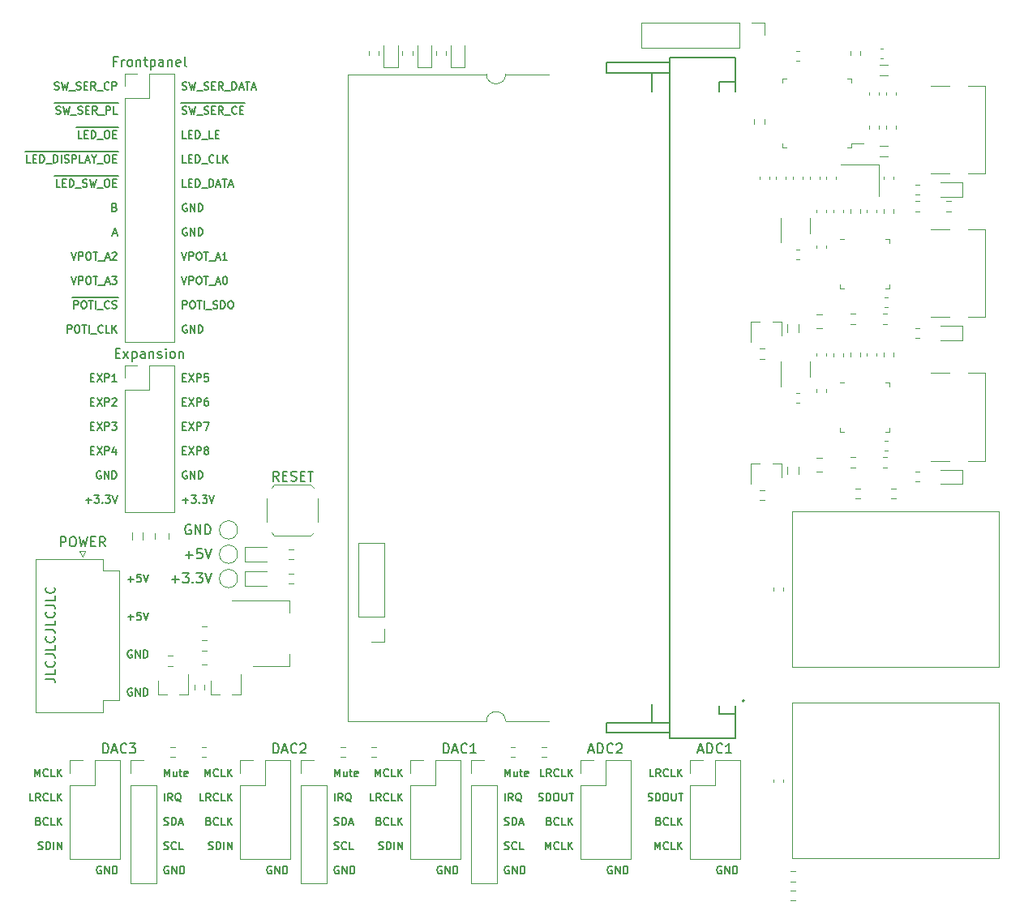
<source format=gbr>
%TF.GenerationSoftware,KiCad,Pcbnew,(5.1.9-0-10_14)*%
%TF.CreationDate,2021-03-28T17:09:14+02:00*%
%TF.ProjectId,FPGA,46504741-2e6b-4696-9361-645f70636258,rev?*%
%TF.SameCoordinates,Original*%
%TF.FileFunction,Legend,Top*%
%TF.FilePolarity,Positive*%
%FSLAX46Y46*%
G04 Gerber Fmt 4.6, Leading zero omitted, Abs format (unit mm)*
G04 Created by KiCad (PCBNEW (5.1.9-0-10_14)) date 2021-03-28 17:09:14*
%MOMM*%
%LPD*%
G01*
G04 APERTURE LIST*
%ADD10C,0.150000*%
%ADD11C,0.120000*%
%ADD12C,0.200000*%
%ADD13C,0.127000*%
G04 APERTURE END LIST*
D10*
X102952380Y-119369047D02*
X103666666Y-119369047D01*
X103809523Y-119416666D01*
X103904761Y-119511904D01*
X103952380Y-119654761D01*
X103952380Y-119750000D01*
X103952380Y-118416666D02*
X103952380Y-118892857D01*
X102952380Y-118892857D01*
X103857142Y-117511904D02*
X103904761Y-117559523D01*
X103952380Y-117702380D01*
X103952380Y-117797619D01*
X103904761Y-117940476D01*
X103809523Y-118035714D01*
X103714285Y-118083333D01*
X103523809Y-118130952D01*
X103380952Y-118130952D01*
X103190476Y-118083333D01*
X103095238Y-118035714D01*
X103000000Y-117940476D01*
X102952380Y-117797619D01*
X102952380Y-117702380D01*
X103000000Y-117559523D01*
X103047619Y-117511904D01*
X102952380Y-116797619D02*
X103666666Y-116797619D01*
X103809523Y-116845238D01*
X103904761Y-116940476D01*
X103952380Y-117083333D01*
X103952380Y-117178571D01*
X103952380Y-115845238D02*
X103952380Y-116321428D01*
X102952380Y-116321428D01*
X103857142Y-114940476D02*
X103904761Y-114988095D01*
X103952380Y-115130952D01*
X103952380Y-115226190D01*
X103904761Y-115369047D01*
X103809523Y-115464285D01*
X103714285Y-115511904D01*
X103523809Y-115559523D01*
X103380952Y-115559523D01*
X103190476Y-115511904D01*
X103095238Y-115464285D01*
X103000000Y-115369047D01*
X102952380Y-115226190D01*
X102952380Y-115130952D01*
X103000000Y-114988095D01*
X103047619Y-114940476D01*
X102952380Y-114226190D02*
X103666666Y-114226190D01*
X103809523Y-114273809D01*
X103904761Y-114369047D01*
X103952380Y-114511904D01*
X103952380Y-114607142D01*
X103952380Y-113273809D02*
X103952380Y-113750000D01*
X102952380Y-113750000D01*
X103857142Y-112369047D02*
X103904761Y-112416666D01*
X103952380Y-112559523D01*
X103952380Y-112654761D01*
X103904761Y-112797619D01*
X103809523Y-112892857D01*
X103714285Y-112940476D01*
X103523809Y-112988095D01*
X103380952Y-112988095D01*
X103190476Y-112940476D01*
X103095238Y-112892857D01*
X103000000Y-112797619D01*
X102952380Y-112654761D01*
X102952380Y-112559523D01*
X103000000Y-112416666D01*
X103047619Y-112369047D01*
X102952380Y-111654761D02*
X103666666Y-111654761D01*
X103809523Y-111702380D01*
X103904761Y-111797619D01*
X103952380Y-111940476D01*
X103952380Y-112035714D01*
X103952380Y-110702380D02*
X103952380Y-111178571D01*
X102952380Y-111178571D01*
X103857142Y-109797619D02*
X103904761Y-109845238D01*
X103952380Y-109988095D01*
X103952380Y-110083333D01*
X103904761Y-110226190D01*
X103809523Y-110321428D01*
X103714285Y-110369047D01*
X103523809Y-110416666D01*
X103380952Y-110416666D01*
X103190476Y-110369047D01*
X103095238Y-110321428D01*
X103000000Y-110226190D01*
X102952380Y-110083333D01*
X102952380Y-109988095D01*
X103000000Y-109845238D01*
X103047619Y-109797619D01*
X127297619Y-98702380D02*
X126964285Y-98226190D01*
X126726190Y-98702380D02*
X126726190Y-97702380D01*
X127107142Y-97702380D01*
X127202380Y-97750000D01*
X127250000Y-97797619D01*
X127297619Y-97892857D01*
X127297619Y-98035714D01*
X127250000Y-98130952D01*
X127202380Y-98178571D01*
X127107142Y-98226190D01*
X126726190Y-98226190D01*
X127726190Y-98178571D02*
X128059523Y-98178571D01*
X128202380Y-98702380D02*
X127726190Y-98702380D01*
X127726190Y-97702380D01*
X128202380Y-97702380D01*
X128583333Y-98654761D02*
X128726190Y-98702380D01*
X128964285Y-98702380D01*
X129059523Y-98654761D01*
X129107142Y-98607142D01*
X129154761Y-98511904D01*
X129154761Y-98416666D01*
X129107142Y-98321428D01*
X129059523Y-98273809D01*
X128964285Y-98226190D01*
X128773809Y-98178571D01*
X128678571Y-98130952D01*
X128630952Y-98083333D01*
X128583333Y-97988095D01*
X128583333Y-97892857D01*
X128630952Y-97797619D01*
X128678571Y-97750000D01*
X128773809Y-97702380D01*
X129011904Y-97702380D01*
X129154761Y-97750000D01*
X129583333Y-98178571D02*
X129916666Y-98178571D01*
X130059523Y-98702380D02*
X129583333Y-98702380D01*
X129583333Y-97702380D01*
X130059523Y-97702380D01*
X130345238Y-97702380D02*
X130916666Y-97702380D01*
X130630952Y-98702380D02*
X130630952Y-97702380D01*
X107142023Y-100692142D02*
X107751547Y-100692142D01*
X107446785Y-100996904D02*
X107446785Y-100387380D01*
X108056309Y-100196904D02*
X108551547Y-100196904D01*
X108284880Y-100501666D01*
X108399166Y-100501666D01*
X108475357Y-100539761D01*
X108513452Y-100577857D01*
X108551547Y-100654047D01*
X108551547Y-100844523D01*
X108513452Y-100920714D01*
X108475357Y-100958809D01*
X108399166Y-100996904D01*
X108170595Y-100996904D01*
X108094404Y-100958809D01*
X108056309Y-100920714D01*
X108894404Y-100920714D02*
X108932500Y-100958809D01*
X108894404Y-100996904D01*
X108856309Y-100958809D01*
X108894404Y-100920714D01*
X108894404Y-100996904D01*
X109199166Y-100196904D02*
X109694404Y-100196904D01*
X109427738Y-100501666D01*
X109542023Y-100501666D01*
X109618214Y-100539761D01*
X109656309Y-100577857D01*
X109694404Y-100654047D01*
X109694404Y-100844523D01*
X109656309Y-100920714D01*
X109618214Y-100958809D01*
X109542023Y-100996904D01*
X109313452Y-100996904D01*
X109237261Y-100958809D01*
X109199166Y-100920714D01*
X109922976Y-100196904D02*
X110189642Y-100996904D01*
X110456309Y-100196904D01*
X108703928Y-97695000D02*
X108627738Y-97656904D01*
X108513452Y-97656904D01*
X108399166Y-97695000D01*
X108322976Y-97771190D01*
X108284880Y-97847380D01*
X108246785Y-97999761D01*
X108246785Y-98114047D01*
X108284880Y-98266428D01*
X108322976Y-98342619D01*
X108399166Y-98418809D01*
X108513452Y-98456904D01*
X108589642Y-98456904D01*
X108703928Y-98418809D01*
X108742023Y-98380714D01*
X108742023Y-98114047D01*
X108589642Y-98114047D01*
X109084880Y-98456904D02*
X109084880Y-97656904D01*
X109542023Y-98456904D01*
X109542023Y-97656904D01*
X109922976Y-98456904D02*
X109922976Y-97656904D01*
X110113452Y-97656904D01*
X110227738Y-97695000D01*
X110303928Y-97771190D01*
X110342023Y-97847380D01*
X110380119Y-97999761D01*
X110380119Y-98114047D01*
X110342023Y-98266428D01*
X110303928Y-98342619D01*
X110227738Y-98418809D01*
X110113452Y-98456904D01*
X109922976Y-98456904D01*
X107675357Y-95497857D02*
X107942023Y-95497857D01*
X108056309Y-95916904D02*
X107675357Y-95916904D01*
X107675357Y-95116904D01*
X108056309Y-95116904D01*
X108322976Y-95116904D02*
X108856309Y-95916904D01*
X108856309Y-95116904D02*
X108322976Y-95916904D01*
X109161071Y-95916904D02*
X109161071Y-95116904D01*
X109465833Y-95116904D01*
X109542023Y-95155000D01*
X109580119Y-95193095D01*
X109618214Y-95269285D01*
X109618214Y-95383571D01*
X109580119Y-95459761D01*
X109542023Y-95497857D01*
X109465833Y-95535952D01*
X109161071Y-95535952D01*
X110303928Y-95383571D02*
X110303928Y-95916904D01*
X110113452Y-95078809D02*
X109922976Y-95650238D01*
X110418214Y-95650238D01*
X107675357Y-92957857D02*
X107942023Y-92957857D01*
X108056309Y-93376904D02*
X107675357Y-93376904D01*
X107675357Y-92576904D01*
X108056309Y-92576904D01*
X108322976Y-92576904D02*
X108856309Y-93376904D01*
X108856309Y-92576904D02*
X108322976Y-93376904D01*
X109161071Y-93376904D02*
X109161071Y-92576904D01*
X109465833Y-92576904D01*
X109542023Y-92615000D01*
X109580119Y-92653095D01*
X109618214Y-92729285D01*
X109618214Y-92843571D01*
X109580119Y-92919761D01*
X109542023Y-92957857D01*
X109465833Y-92995952D01*
X109161071Y-92995952D01*
X109884880Y-92576904D02*
X110380119Y-92576904D01*
X110113452Y-92881666D01*
X110227738Y-92881666D01*
X110303928Y-92919761D01*
X110342023Y-92957857D01*
X110380119Y-93034047D01*
X110380119Y-93224523D01*
X110342023Y-93300714D01*
X110303928Y-93338809D01*
X110227738Y-93376904D01*
X109999166Y-93376904D01*
X109922976Y-93338809D01*
X109884880Y-93300714D01*
X107675357Y-90417857D02*
X107942023Y-90417857D01*
X108056309Y-90836904D02*
X107675357Y-90836904D01*
X107675357Y-90036904D01*
X108056309Y-90036904D01*
X108322976Y-90036904D02*
X108856309Y-90836904D01*
X108856309Y-90036904D02*
X108322976Y-90836904D01*
X109161071Y-90836904D02*
X109161071Y-90036904D01*
X109465833Y-90036904D01*
X109542023Y-90075000D01*
X109580119Y-90113095D01*
X109618214Y-90189285D01*
X109618214Y-90303571D01*
X109580119Y-90379761D01*
X109542023Y-90417857D01*
X109465833Y-90455952D01*
X109161071Y-90455952D01*
X109922976Y-90113095D02*
X109961071Y-90075000D01*
X110037261Y-90036904D01*
X110227738Y-90036904D01*
X110303928Y-90075000D01*
X110342023Y-90113095D01*
X110380119Y-90189285D01*
X110380119Y-90265476D01*
X110342023Y-90379761D01*
X109884880Y-90836904D01*
X110380119Y-90836904D01*
X107675357Y-87877857D02*
X107942023Y-87877857D01*
X108056309Y-88296904D02*
X107675357Y-88296904D01*
X107675357Y-87496904D01*
X108056309Y-87496904D01*
X108322976Y-87496904D02*
X108856309Y-88296904D01*
X108856309Y-87496904D02*
X108322976Y-88296904D01*
X109161071Y-88296904D02*
X109161071Y-87496904D01*
X109465833Y-87496904D01*
X109542023Y-87535000D01*
X109580119Y-87573095D01*
X109618214Y-87649285D01*
X109618214Y-87763571D01*
X109580119Y-87839761D01*
X109542023Y-87877857D01*
X109465833Y-87915952D01*
X109161071Y-87915952D01*
X110380119Y-88296904D02*
X109922976Y-88296904D01*
X110151547Y-88296904D02*
X110151547Y-87496904D01*
X110075357Y-87611190D01*
X109999166Y-87687380D01*
X109922976Y-87725476D01*
X117267976Y-87877857D02*
X117534642Y-87877857D01*
X117648928Y-88296904D02*
X117267976Y-88296904D01*
X117267976Y-87496904D01*
X117648928Y-87496904D01*
X117915595Y-87496904D02*
X118448928Y-88296904D01*
X118448928Y-87496904D02*
X117915595Y-88296904D01*
X118753690Y-88296904D02*
X118753690Y-87496904D01*
X119058452Y-87496904D01*
X119134642Y-87535000D01*
X119172738Y-87573095D01*
X119210833Y-87649285D01*
X119210833Y-87763571D01*
X119172738Y-87839761D01*
X119134642Y-87877857D01*
X119058452Y-87915952D01*
X118753690Y-87915952D01*
X119934642Y-87496904D02*
X119553690Y-87496904D01*
X119515595Y-87877857D01*
X119553690Y-87839761D01*
X119629880Y-87801666D01*
X119820357Y-87801666D01*
X119896547Y-87839761D01*
X119934642Y-87877857D01*
X119972738Y-87954047D01*
X119972738Y-88144523D01*
X119934642Y-88220714D01*
X119896547Y-88258809D01*
X119820357Y-88296904D01*
X119629880Y-88296904D01*
X119553690Y-88258809D01*
X119515595Y-88220714D01*
X117267976Y-90417857D02*
X117534642Y-90417857D01*
X117648928Y-90836904D02*
X117267976Y-90836904D01*
X117267976Y-90036904D01*
X117648928Y-90036904D01*
X117915595Y-90036904D02*
X118448928Y-90836904D01*
X118448928Y-90036904D02*
X117915595Y-90836904D01*
X118753690Y-90836904D02*
X118753690Y-90036904D01*
X119058452Y-90036904D01*
X119134642Y-90075000D01*
X119172738Y-90113095D01*
X119210833Y-90189285D01*
X119210833Y-90303571D01*
X119172738Y-90379761D01*
X119134642Y-90417857D01*
X119058452Y-90455952D01*
X118753690Y-90455952D01*
X119896547Y-90036904D02*
X119744166Y-90036904D01*
X119667976Y-90075000D01*
X119629880Y-90113095D01*
X119553690Y-90227380D01*
X119515595Y-90379761D01*
X119515595Y-90684523D01*
X119553690Y-90760714D01*
X119591785Y-90798809D01*
X119667976Y-90836904D01*
X119820357Y-90836904D01*
X119896547Y-90798809D01*
X119934642Y-90760714D01*
X119972738Y-90684523D01*
X119972738Y-90494047D01*
X119934642Y-90417857D01*
X119896547Y-90379761D01*
X119820357Y-90341666D01*
X119667976Y-90341666D01*
X119591785Y-90379761D01*
X119553690Y-90417857D01*
X119515595Y-90494047D01*
X117267976Y-92957857D02*
X117534642Y-92957857D01*
X117648928Y-93376904D02*
X117267976Y-93376904D01*
X117267976Y-92576904D01*
X117648928Y-92576904D01*
X117915595Y-92576904D02*
X118448928Y-93376904D01*
X118448928Y-92576904D02*
X117915595Y-93376904D01*
X118753690Y-93376904D02*
X118753690Y-92576904D01*
X119058452Y-92576904D01*
X119134642Y-92615000D01*
X119172738Y-92653095D01*
X119210833Y-92729285D01*
X119210833Y-92843571D01*
X119172738Y-92919761D01*
X119134642Y-92957857D01*
X119058452Y-92995952D01*
X118753690Y-92995952D01*
X119477500Y-92576904D02*
X120010833Y-92576904D01*
X119667976Y-93376904D01*
X117267976Y-95497857D02*
X117534642Y-95497857D01*
X117648928Y-95916904D02*
X117267976Y-95916904D01*
X117267976Y-95116904D01*
X117648928Y-95116904D01*
X117915595Y-95116904D02*
X118448928Y-95916904D01*
X118448928Y-95116904D02*
X117915595Y-95916904D01*
X118753690Y-95916904D02*
X118753690Y-95116904D01*
X119058452Y-95116904D01*
X119134642Y-95155000D01*
X119172738Y-95193095D01*
X119210833Y-95269285D01*
X119210833Y-95383571D01*
X119172738Y-95459761D01*
X119134642Y-95497857D01*
X119058452Y-95535952D01*
X118753690Y-95535952D01*
X119667976Y-95459761D02*
X119591785Y-95421666D01*
X119553690Y-95383571D01*
X119515595Y-95307380D01*
X119515595Y-95269285D01*
X119553690Y-95193095D01*
X119591785Y-95155000D01*
X119667976Y-95116904D01*
X119820357Y-95116904D01*
X119896547Y-95155000D01*
X119934642Y-95193095D01*
X119972738Y-95269285D01*
X119972738Y-95307380D01*
X119934642Y-95383571D01*
X119896547Y-95421666D01*
X119820357Y-95459761D01*
X119667976Y-95459761D01*
X119591785Y-95497857D01*
X119553690Y-95535952D01*
X119515595Y-95612142D01*
X119515595Y-95764523D01*
X119553690Y-95840714D01*
X119591785Y-95878809D01*
X119667976Y-95916904D01*
X119820357Y-95916904D01*
X119896547Y-95878809D01*
X119934642Y-95840714D01*
X119972738Y-95764523D01*
X119972738Y-95612142D01*
X119934642Y-95535952D01*
X119896547Y-95497857D01*
X119820357Y-95459761D01*
X117687023Y-97695000D02*
X117610833Y-97656904D01*
X117496547Y-97656904D01*
X117382261Y-97695000D01*
X117306071Y-97771190D01*
X117267976Y-97847380D01*
X117229880Y-97999761D01*
X117229880Y-98114047D01*
X117267976Y-98266428D01*
X117306071Y-98342619D01*
X117382261Y-98418809D01*
X117496547Y-98456904D01*
X117572738Y-98456904D01*
X117687023Y-98418809D01*
X117725119Y-98380714D01*
X117725119Y-98114047D01*
X117572738Y-98114047D01*
X118067976Y-98456904D02*
X118067976Y-97656904D01*
X118525119Y-98456904D01*
X118525119Y-97656904D01*
X118906071Y-98456904D02*
X118906071Y-97656904D01*
X119096547Y-97656904D01*
X119210833Y-97695000D01*
X119287023Y-97771190D01*
X119325119Y-97847380D01*
X119363214Y-97999761D01*
X119363214Y-98114047D01*
X119325119Y-98266428D01*
X119287023Y-98342619D01*
X119210833Y-98418809D01*
X119096547Y-98456904D01*
X118906071Y-98456904D01*
X117267976Y-100692142D02*
X117877500Y-100692142D01*
X117572738Y-100996904D02*
X117572738Y-100387380D01*
X118182261Y-100196904D02*
X118677500Y-100196904D01*
X118410833Y-100501666D01*
X118525119Y-100501666D01*
X118601309Y-100539761D01*
X118639404Y-100577857D01*
X118677500Y-100654047D01*
X118677500Y-100844523D01*
X118639404Y-100920714D01*
X118601309Y-100958809D01*
X118525119Y-100996904D01*
X118296547Y-100996904D01*
X118220357Y-100958809D01*
X118182261Y-100920714D01*
X119020357Y-100920714D02*
X119058452Y-100958809D01*
X119020357Y-100996904D01*
X118982261Y-100958809D01*
X119020357Y-100920714D01*
X119020357Y-100996904D01*
X119325119Y-100196904D02*
X119820357Y-100196904D01*
X119553690Y-100501666D01*
X119667976Y-100501666D01*
X119744166Y-100539761D01*
X119782261Y-100577857D01*
X119820357Y-100654047D01*
X119820357Y-100844523D01*
X119782261Y-100920714D01*
X119744166Y-100958809D01*
X119667976Y-100996904D01*
X119439404Y-100996904D01*
X119363214Y-100958809D01*
X119325119Y-100920714D01*
X120048928Y-100196904D02*
X120315595Y-100996904D01*
X120582261Y-100196904D01*
X110281190Y-85323571D02*
X110614523Y-85323571D01*
X110757380Y-85847380D02*
X110281190Y-85847380D01*
X110281190Y-84847380D01*
X110757380Y-84847380D01*
X111090714Y-85847380D02*
X111614523Y-85180714D01*
X111090714Y-85180714D02*
X111614523Y-85847380D01*
X111995476Y-85180714D02*
X111995476Y-86180714D01*
X111995476Y-85228333D02*
X112090714Y-85180714D01*
X112281190Y-85180714D01*
X112376428Y-85228333D01*
X112424047Y-85275952D01*
X112471666Y-85371190D01*
X112471666Y-85656904D01*
X112424047Y-85752142D01*
X112376428Y-85799761D01*
X112281190Y-85847380D01*
X112090714Y-85847380D01*
X111995476Y-85799761D01*
X113328809Y-85847380D02*
X113328809Y-85323571D01*
X113281190Y-85228333D01*
X113185952Y-85180714D01*
X112995476Y-85180714D01*
X112900238Y-85228333D01*
X113328809Y-85799761D02*
X113233571Y-85847380D01*
X112995476Y-85847380D01*
X112900238Y-85799761D01*
X112852619Y-85704523D01*
X112852619Y-85609285D01*
X112900238Y-85514047D01*
X112995476Y-85466428D01*
X113233571Y-85466428D01*
X113328809Y-85418809D01*
X113805000Y-85180714D02*
X113805000Y-85847380D01*
X113805000Y-85275952D02*
X113852619Y-85228333D01*
X113947857Y-85180714D01*
X114090714Y-85180714D01*
X114185952Y-85228333D01*
X114233571Y-85323571D01*
X114233571Y-85847380D01*
X114662142Y-85799761D02*
X114757380Y-85847380D01*
X114947857Y-85847380D01*
X115043095Y-85799761D01*
X115090714Y-85704523D01*
X115090714Y-85656904D01*
X115043095Y-85561666D01*
X114947857Y-85514047D01*
X114805000Y-85514047D01*
X114709761Y-85466428D01*
X114662142Y-85371190D01*
X114662142Y-85323571D01*
X114709761Y-85228333D01*
X114805000Y-85180714D01*
X114947857Y-85180714D01*
X115043095Y-85228333D01*
X115519285Y-85847380D02*
X115519285Y-85180714D01*
X115519285Y-84847380D02*
X115471666Y-84895000D01*
X115519285Y-84942619D01*
X115566904Y-84895000D01*
X115519285Y-84847380D01*
X115519285Y-84942619D01*
X116138333Y-85847380D02*
X116043095Y-85799761D01*
X115995476Y-85752142D01*
X115947857Y-85656904D01*
X115947857Y-85371190D01*
X115995476Y-85275952D01*
X116043095Y-85228333D01*
X116138333Y-85180714D01*
X116281190Y-85180714D01*
X116376428Y-85228333D01*
X116424047Y-85275952D01*
X116471666Y-85371190D01*
X116471666Y-85656904D01*
X116424047Y-85752142D01*
X116376428Y-85799761D01*
X116281190Y-85847380D01*
X116138333Y-85847380D01*
X116900238Y-85180714D02*
X116900238Y-85847380D01*
X116900238Y-85275952D02*
X116947857Y-85228333D01*
X117043095Y-85180714D01*
X117185952Y-85180714D01*
X117281190Y-85228333D01*
X117328809Y-85323571D01*
X117328809Y-85847380D01*
X118089285Y-103310000D02*
X117994047Y-103262380D01*
X117851190Y-103262380D01*
X117708333Y-103310000D01*
X117613095Y-103405238D01*
X117565476Y-103500476D01*
X117517857Y-103690952D01*
X117517857Y-103833809D01*
X117565476Y-104024285D01*
X117613095Y-104119523D01*
X117708333Y-104214761D01*
X117851190Y-104262380D01*
X117946428Y-104262380D01*
X118089285Y-104214761D01*
X118136904Y-104167142D01*
X118136904Y-103833809D01*
X117946428Y-103833809D01*
X118565476Y-104262380D02*
X118565476Y-103262380D01*
X119136904Y-104262380D01*
X119136904Y-103262380D01*
X119613095Y-104262380D02*
X119613095Y-103262380D01*
X119851190Y-103262380D01*
X119994047Y-103310000D01*
X120089285Y-103405238D01*
X120136904Y-103500476D01*
X120184523Y-103690952D01*
X120184523Y-103833809D01*
X120136904Y-104024285D01*
X120089285Y-104119523D01*
X119994047Y-104214761D01*
X119851190Y-104262380D01*
X119613095Y-104262380D01*
X117565476Y-106421428D02*
X118327380Y-106421428D01*
X117946428Y-106802380D02*
X117946428Y-106040476D01*
X119279761Y-105802380D02*
X118803571Y-105802380D01*
X118755952Y-106278571D01*
X118803571Y-106230952D01*
X118898809Y-106183333D01*
X119136904Y-106183333D01*
X119232142Y-106230952D01*
X119279761Y-106278571D01*
X119327380Y-106373809D01*
X119327380Y-106611904D01*
X119279761Y-106707142D01*
X119232142Y-106754761D01*
X119136904Y-106802380D01*
X118898809Y-106802380D01*
X118803571Y-106754761D01*
X118755952Y-106707142D01*
X119613095Y-105802380D02*
X119946428Y-106802380D01*
X120279761Y-105802380D01*
X116136904Y-108961428D02*
X116898809Y-108961428D01*
X116517857Y-109342380D02*
X116517857Y-108580476D01*
X117279761Y-108342380D02*
X117898809Y-108342380D01*
X117565476Y-108723333D01*
X117708333Y-108723333D01*
X117803571Y-108770952D01*
X117851190Y-108818571D01*
X117898809Y-108913809D01*
X117898809Y-109151904D01*
X117851190Y-109247142D01*
X117803571Y-109294761D01*
X117708333Y-109342380D01*
X117422619Y-109342380D01*
X117327380Y-109294761D01*
X117279761Y-109247142D01*
X118327380Y-109247142D02*
X118375000Y-109294761D01*
X118327380Y-109342380D01*
X118279761Y-109294761D01*
X118327380Y-109247142D01*
X118327380Y-109342380D01*
X118708333Y-108342380D02*
X119327380Y-108342380D01*
X118994047Y-108723333D01*
X119136904Y-108723333D01*
X119232142Y-108770952D01*
X119279761Y-108818571D01*
X119327380Y-108913809D01*
X119327380Y-109151904D01*
X119279761Y-109247142D01*
X119232142Y-109294761D01*
X119136904Y-109342380D01*
X118851190Y-109342380D01*
X118755952Y-109294761D01*
X118708333Y-109247142D01*
X119613095Y-108342380D02*
X119946428Y-109342380D01*
X120279761Y-108342380D01*
X104510476Y-105532380D02*
X104510476Y-104532380D01*
X104891428Y-104532380D01*
X104986666Y-104580000D01*
X105034285Y-104627619D01*
X105081904Y-104722857D01*
X105081904Y-104865714D01*
X105034285Y-104960952D01*
X104986666Y-105008571D01*
X104891428Y-105056190D01*
X104510476Y-105056190D01*
X105700952Y-104532380D02*
X105891428Y-104532380D01*
X105986666Y-104580000D01*
X106081904Y-104675238D01*
X106129523Y-104865714D01*
X106129523Y-105199047D01*
X106081904Y-105389523D01*
X105986666Y-105484761D01*
X105891428Y-105532380D01*
X105700952Y-105532380D01*
X105605714Y-105484761D01*
X105510476Y-105389523D01*
X105462857Y-105199047D01*
X105462857Y-104865714D01*
X105510476Y-104675238D01*
X105605714Y-104580000D01*
X105700952Y-104532380D01*
X106462857Y-104532380D02*
X106700952Y-105532380D01*
X106891428Y-104818095D01*
X107081904Y-105532380D01*
X107320000Y-104532380D01*
X107700952Y-105008571D02*
X108034285Y-105008571D01*
X108177142Y-105532380D02*
X107700952Y-105532380D01*
X107700952Y-104532380D01*
X108177142Y-104532380D01*
X109177142Y-105532380D02*
X108843809Y-105056190D01*
X108605714Y-105532380D02*
X108605714Y-104532380D01*
X108986666Y-104532380D01*
X109081904Y-104580000D01*
X109129523Y-104627619D01*
X109177142Y-104722857D01*
X109177142Y-104865714D01*
X109129523Y-104960952D01*
X109081904Y-105008571D01*
X108986666Y-105056190D01*
X108605714Y-105056190D01*
X111972023Y-120370000D02*
X111895833Y-120331904D01*
X111781547Y-120331904D01*
X111667261Y-120370000D01*
X111591071Y-120446190D01*
X111552976Y-120522380D01*
X111514880Y-120674761D01*
X111514880Y-120789047D01*
X111552976Y-120941428D01*
X111591071Y-121017619D01*
X111667261Y-121093809D01*
X111781547Y-121131904D01*
X111857738Y-121131904D01*
X111972023Y-121093809D01*
X112010119Y-121055714D01*
X112010119Y-120789047D01*
X111857738Y-120789047D01*
X112352976Y-121131904D02*
X112352976Y-120331904D01*
X112810119Y-121131904D01*
X112810119Y-120331904D01*
X113191071Y-121131904D02*
X113191071Y-120331904D01*
X113381547Y-120331904D01*
X113495833Y-120370000D01*
X113572023Y-120446190D01*
X113610119Y-120522380D01*
X113648214Y-120674761D01*
X113648214Y-120789047D01*
X113610119Y-120941428D01*
X113572023Y-121017619D01*
X113495833Y-121093809D01*
X113381547Y-121131904D01*
X113191071Y-121131904D01*
X111972023Y-116410000D02*
X111895833Y-116371904D01*
X111781547Y-116371904D01*
X111667261Y-116410000D01*
X111591071Y-116486190D01*
X111552976Y-116562380D01*
X111514880Y-116714761D01*
X111514880Y-116829047D01*
X111552976Y-116981428D01*
X111591071Y-117057619D01*
X111667261Y-117133809D01*
X111781547Y-117171904D01*
X111857738Y-117171904D01*
X111972023Y-117133809D01*
X112010119Y-117095714D01*
X112010119Y-116829047D01*
X111857738Y-116829047D01*
X112352976Y-117171904D02*
X112352976Y-116371904D01*
X112810119Y-117171904D01*
X112810119Y-116371904D01*
X113191071Y-117171904D02*
X113191071Y-116371904D01*
X113381547Y-116371904D01*
X113495833Y-116410000D01*
X113572023Y-116486190D01*
X113610119Y-116562380D01*
X113648214Y-116714761D01*
X113648214Y-116829047D01*
X113610119Y-116981428D01*
X113572023Y-117057619D01*
X113495833Y-117133809D01*
X113381547Y-117171904D01*
X113191071Y-117171904D01*
X111552976Y-112907142D02*
X112162500Y-112907142D01*
X111857738Y-113211904D02*
X111857738Y-112602380D01*
X112924404Y-112411904D02*
X112543452Y-112411904D01*
X112505357Y-112792857D01*
X112543452Y-112754761D01*
X112619642Y-112716666D01*
X112810119Y-112716666D01*
X112886309Y-112754761D01*
X112924404Y-112792857D01*
X112962500Y-112869047D01*
X112962500Y-113059523D01*
X112924404Y-113135714D01*
X112886309Y-113173809D01*
X112810119Y-113211904D01*
X112619642Y-113211904D01*
X112543452Y-113173809D01*
X112505357Y-113135714D01*
X113191071Y-112411904D02*
X113457738Y-113211904D01*
X113724404Y-112411904D01*
X111552976Y-108947142D02*
X112162500Y-108947142D01*
X111857738Y-109251904D02*
X111857738Y-108642380D01*
X112924404Y-108451904D02*
X112543452Y-108451904D01*
X112505357Y-108832857D01*
X112543452Y-108794761D01*
X112619642Y-108756666D01*
X112810119Y-108756666D01*
X112886309Y-108794761D01*
X112924404Y-108832857D01*
X112962500Y-108909047D01*
X112962500Y-109099523D01*
X112924404Y-109175714D01*
X112886309Y-109213809D01*
X112810119Y-109251904D01*
X112619642Y-109251904D01*
X112543452Y-109213809D01*
X112505357Y-109175714D01*
X113191071Y-108451904D02*
X113457738Y-109251904D01*
X113724404Y-108451904D01*
X110400238Y-54843571D02*
X110066904Y-54843571D01*
X110066904Y-55367380D02*
X110066904Y-54367380D01*
X110543095Y-54367380D01*
X110924047Y-55367380D02*
X110924047Y-54700714D01*
X110924047Y-54891190D02*
X110971666Y-54795952D01*
X111019285Y-54748333D01*
X111114523Y-54700714D01*
X111209761Y-54700714D01*
X111685952Y-55367380D02*
X111590714Y-55319761D01*
X111543095Y-55272142D01*
X111495476Y-55176904D01*
X111495476Y-54891190D01*
X111543095Y-54795952D01*
X111590714Y-54748333D01*
X111685952Y-54700714D01*
X111828809Y-54700714D01*
X111924047Y-54748333D01*
X111971666Y-54795952D01*
X112019285Y-54891190D01*
X112019285Y-55176904D01*
X111971666Y-55272142D01*
X111924047Y-55319761D01*
X111828809Y-55367380D01*
X111685952Y-55367380D01*
X112447857Y-54700714D02*
X112447857Y-55367380D01*
X112447857Y-54795952D02*
X112495476Y-54748333D01*
X112590714Y-54700714D01*
X112733571Y-54700714D01*
X112828809Y-54748333D01*
X112876428Y-54843571D01*
X112876428Y-55367380D01*
X113209761Y-54700714D02*
X113590714Y-54700714D01*
X113352619Y-54367380D02*
X113352619Y-55224523D01*
X113400238Y-55319761D01*
X113495476Y-55367380D01*
X113590714Y-55367380D01*
X113924047Y-54700714D02*
X113924047Y-55700714D01*
X113924047Y-54748333D02*
X114019285Y-54700714D01*
X114209761Y-54700714D01*
X114305000Y-54748333D01*
X114352619Y-54795952D01*
X114400238Y-54891190D01*
X114400238Y-55176904D01*
X114352619Y-55272142D01*
X114305000Y-55319761D01*
X114209761Y-55367380D01*
X114019285Y-55367380D01*
X113924047Y-55319761D01*
X115257380Y-55367380D02*
X115257380Y-54843571D01*
X115209761Y-54748333D01*
X115114523Y-54700714D01*
X114924047Y-54700714D01*
X114828809Y-54748333D01*
X115257380Y-55319761D02*
X115162142Y-55367380D01*
X114924047Y-55367380D01*
X114828809Y-55319761D01*
X114781190Y-55224523D01*
X114781190Y-55129285D01*
X114828809Y-55034047D01*
X114924047Y-54986428D01*
X115162142Y-54986428D01*
X115257380Y-54938809D01*
X115733571Y-54700714D02*
X115733571Y-55367380D01*
X115733571Y-54795952D02*
X115781190Y-54748333D01*
X115876428Y-54700714D01*
X116019285Y-54700714D01*
X116114523Y-54748333D01*
X116162142Y-54843571D01*
X116162142Y-55367380D01*
X117019285Y-55319761D02*
X116924047Y-55367380D01*
X116733571Y-55367380D01*
X116638333Y-55319761D01*
X116590714Y-55224523D01*
X116590714Y-54843571D01*
X116638333Y-54748333D01*
X116733571Y-54700714D01*
X116924047Y-54700714D01*
X117019285Y-54748333D01*
X117066904Y-54843571D01*
X117066904Y-54938809D01*
X116590714Y-55034047D01*
X117638333Y-55367380D02*
X117543095Y-55319761D01*
X117495476Y-55224523D01*
X117495476Y-54367380D01*
X117687023Y-82455000D02*
X117610833Y-82416904D01*
X117496547Y-82416904D01*
X117382261Y-82455000D01*
X117306071Y-82531190D01*
X117267976Y-82607380D01*
X117229880Y-82759761D01*
X117229880Y-82874047D01*
X117267976Y-83026428D01*
X117306071Y-83102619D01*
X117382261Y-83178809D01*
X117496547Y-83216904D01*
X117572738Y-83216904D01*
X117687023Y-83178809D01*
X117725119Y-83140714D01*
X117725119Y-82874047D01*
X117572738Y-82874047D01*
X118067976Y-83216904D02*
X118067976Y-82416904D01*
X118525119Y-83216904D01*
X118525119Y-82416904D01*
X118906071Y-83216904D02*
X118906071Y-82416904D01*
X119096547Y-82416904D01*
X119210833Y-82455000D01*
X119287023Y-82531190D01*
X119325119Y-82607380D01*
X119363214Y-82759761D01*
X119363214Y-82874047D01*
X119325119Y-83026428D01*
X119287023Y-83102619D01*
X119210833Y-83178809D01*
X119096547Y-83216904D01*
X118906071Y-83216904D01*
X117267976Y-80676904D02*
X117267976Y-79876904D01*
X117572738Y-79876904D01*
X117648928Y-79915000D01*
X117687023Y-79953095D01*
X117725119Y-80029285D01*
X117725119Y-80143571D01*
X117687023Y-80219761D01*
X117648928Y-80257857D01*
X117572738Y-80295952D01*
X117267976Y-80295952D01*
X118220357Y-79876904D02*
X118372738Y-79876904D01*
X118448928Y-79915000D01*
X118525119Y-79991190D01*
X118563214Y-80143571D01*
X118563214Y-80410238D01*
X118525119Y-80562619D01*
X118448928Y-80638809D01*
X118372738Y-80676904D01*
X118220357Y-80676904D01*
X118144166Y-80638809D01*
X118067976Y-80562619D01*
X118029880Y-80410238D01*
X118029880Y-80143571D01*
X118067976Y-79991190D01*
X118144166Y-79915000D01*
X118220357Y-79876904D01*
X118791785Y-79876904D02*
X119248928Y-79876904D01*
X119020357Y-80676904D02*
X119020357Y-79876904D01*
X119515595Y-80676904D02*
X119515595Y-79876904D01*
X119706071Y-80753095D02*
X120315595Y-80753095D01*
X120467976Y-80638809D02*
X120582261Y-80676904D01*
X120772738Y-80676904D01*
X120848928Y-80638809D01*
X120887023Y-80600714D01*
X120925119Y-80524523D01*
X120925119Y-80448333D01*
X120887023Y-80372142D01*
X120848928Y-80334047D01*
X120772738Y-80295952D01*
X120620357Y-80257857D01*
X120544166Y-80219761D01*
X120506071Y-80181666D01*
X120467976Y-80105476D01*
X120467976Y-80029285D01*
X120506071Y-79953095D01*
X120544166Y-79915000D01*
X120620357Y-79876904D01*
X120810833Y-79876904D01*
X120925119Y-79915000D01*
X121267976Y-80676904D02*
X121267976Y-79876904D01*
X121458452Y-79876904D01*
X121572738Y-79915000D01*
X121648928Y-79991190D01*
X121687023Y-80067380D01*
X121725119Y-80219761D01*
X121725119Y-80334047D01*
X121687023Y-80486428D01*
X121648928Y-80562619D01*
X121572738Y-80638809D01*
X121458452Y-80676904D01*
X121267976Y-80676904D01*
X122220357Y-79876904D02*
X122372738Y-79876904D01*
X122448928Y-79915000D01*
X122525119Y-79991190D01*
X122563214Y-80143571D01*
X122563214Y-80410238D01*
X122525119Y-80562619D01*
X122448928Y-80638809D01*
X122372738Y-80676904D01*
X122220357Y-80676904D01*
X122144166Y-80638809D01*
X122067976Y-80562619D01*
X122029880Y-80410238D01*
X122029880Y-80143571D01*
X122067976Y-79991190D01*
X122144166Y-79915000D01*
X122220357Y-79876904D01*
X117153690Y-77336904D02*
X117420357Y-78136904D01*
X117687023Y-77336904D01*
X117953690Y-78136904D02*
X117953690Y-77336904D01*
X118258452Y-77336904D01*
X118334642Y-77375000D01*
X118372738Y-77413095D01*
X118410833Y-77489285D01*
X118410833Y-77603571D01*
X118372738Y-77679761D01*
X118334642Y-77717857D01*
X118258452Y-77755952D01*
X117953690Y-77755952D01*
X118906071Y-77336904D02*
X119058452Y-77336904D01*
X119134642Y-77375000D01*
X119210833Y-77451190D01*
X119248928Y-77603571D01*
X119248928Y-77870238D01*
X119210833Y-78022619D01*
X119134642Y-78098809D01*
X119058452Y-78136904D01*
X118906071Y-78136904D01*
X118829880Y-78098809D01*
X118753690Y-78022619D01*
X118715595Y-77870238D01*
X118715595Y-77603571D01*
X118753690Y-77451190D01*
X118829880Y-77375000D01*
X118906071Y-77336904D01*
X119477500Y-77336904D02*
X119934642Y-77336904D01*
X119706071Y-78136904D02*
X119706071Y-77336904D01*
X120010833Y-78213095D02*
X120620357Y-78213095D01*
X120772738Y-77908333D02*
X121153690Y-77908333D01*
X120696547Y-78136904D02*
X120963214Y-77336904D01*
X121229880Y-78136904D01*
X121648928Y-77336904D02*
X121725119Y-77336904D01*
X121801309Y-77375000D01*
X121839404Y-77413095D01*
X121877500Y-77489285D01*
X121915595Y-77641666D01*
X121915595Y-77832142D01*
X121877500Y-77984523D01*
X121839404Y-78060714D01*
X121801309Y-78098809D01*
X121725119Y-78136904D01*
X121648928Y-78136904D01*
X121572738Y-78098809D01*
X121534642Y-78060714D01*
X121496547Y-77984523D01*
X121458452Y-77832142D01*
X121458452Y-77641666D01*
X121496547Y-77489285D01*
X121534642Y-77413095D01*
X121572738Y-77375000D01*
X121648928Y-77336904D01*
X117153690Y-74796904D02*
X117420357Y-75596904D01*
X117687023Y-74796904D01*
X117953690Y-75596904D02*
X117953690Y-74796904D01*
X118258452Y-74796904D01*
X118334642Y-74835000D01*
X118372738Y-74873095D01*
X118410833Y-74949285D01*
X118410833Y-75063571D01*
X118372738Y-75139761D01*
X118334642Y-75177857D01*
X118258452Y-75215952D01*
X117953690Y-75215952D01*
X118906071Y-74796904D02*
X119058452Y-74796904D01*
X119134642Y-74835000D01*
X119210833Y-74911190D01*
X119248928Y-75063571D01*
X119248928Y-75330238D01*
X119210833Y-75482619D01*
X119134642Y-75558809D01*
X119058452Y-75596904D01*
X118906071Y-75596904D01*
X118829880Y-75558809D01*
X118753690Y-75482619D01*
X118715595Y-75330238D01*
X118715595Y-75063571D01*
X118753690Y-74911190D01*
X118829880Y-74835000D01*
X118906071Y-74796904D01*
X119477500Y-74796904D02*
X119934642Y-74796904D01*
X119706071Y-75596904D02*
X119706071Y-74796904D01*
X120010833Y-75673095D02*
X120620357Y-75673095D01*
X120772738Y-75368333D02*
X121153690Y-75368333D01*
X120696547Y-75596904D02*
X120963214Y-74796904D01*
X121229880Y-75596904D01*
X121915595Y-75596904D02*
X121458452Y-75596904D01*
X121687023Y-75596904D02*
X121687023Y-74796904D01*
X121610833Y-74911190D01*
X121534642Y-74987380D01*
X121458452Y-75025476D01*
X117687023Y-72295000D02*
X117610833Y-72256904D01*
X117496547Y-72256904D01*
X117382261Y-72295000D01*
X117306071Y-72371190D01*
X117267976Y-72447380D01*
X117229880Y-72599761D01*
X117229880Y-72714047D01*
X117267976Y-72866428D01*
X117306071Y-72942619D01*
X117382261Y-73018809D01*
X117496547Y-73056904D01*
X117572738Y-73056904D01*
X117687023Y-73018809D01*
X117725119Y-72980714D01*
X117725119Y-72714047D01*
X117572738Y-72714047D01*
X118067976Y-73056904D02*
X118067976Y-72256904D01*
X118525119Y-73056904D01*
X118525119Y-72256904D01*
X118906071Y-73056904D02*
X118906071Y-72256904D01*
X119096547Y-72256904D01*
X119210833Y-72295000D01*
X119287023Y-72371190D01*
X119325119Y-72447380D01*
X119363214Y-72599761D01*
X119363214Y-72714047D01*
X119325119Y-72866428D01*
X119287023Y-72942619D01*
X119210833Y-73018809D01*
X119096547Y-73056904D01*
X118906071Y-73056904D01*
X117687023Y-69755000D02*
X117610833Y-69716904D01*
X117496547Y-69716904D01*
X117382261Y-69755000D01*
X117306071Y-69831190D01*
X117267976Y-69907380D01*
X117229880Y-70059761D01*
X117229880Y-70174047D01*
X117267976Y-70326428D01*
X117306071Y-70402619D01*
X117382261Y-70478809D01*
X117496547Y-70516904D01*
X117572738Y-70516904D01*
X117687023Y-70478809D01*
X117725119Y-70440714D01*
X117725119Y-70174047D01*
X117572738Y-70174047D01*
X118067976Y-70516904D02*
X118067976Y-69716904D01*
X118525119Y-70516904D01*
X118525119Y-69716904D01*
X118906071Y-70516904D02*
X118906071Y-69716904D01*
X119096547Y-69716904D01*
X119210833Y-69755000D01*
X119287023Y-69831190D01*
X119325119Y-69907380D01*
X119363214Y-70059761D01*
X119363214Y-70174047D01*
X119325119Y-70326428D01*
X119287023Y-70402619D01*
X119210833Y-70478809D01*
X119096547Y-70516904D01*
X118906071Y-70516904D01*
X117648928Y-67976904D02*
X117267976Y-67976904D01*
X117267976Y-67176904D01*
X117915595Y-67557857D02*
X118182261Y-67557857D01*
X118296547Y-67976904D02*
X117915595Y-67976904D01*
X117915595Y-67176904D01*
X118296547Y-67176904D01*
X118639404Y-67976904D02*
X118639404Y-67176904D01*
X118829880Y-67176904D01*
X118944166Y-67215000D01*
X119020357Y-67291190D01*
X119058452Y-67367380D01*
X119096547Y-67519761D01*
X119096547Y-67634047D01*
X119058452Y-67786428D01*
X119020357Y-67862619D01*
X118944166Y-67938809D01*
X118829880Y-67976904D01*
X118639404Y-67976904D01*
X119248928Y-68053095D02*
X119858452Y-68053095D01*
X120048928Y-67976904D02*
X120048928Y-67176904D01*
X120239404Y-67176904D01*
X120353690Y-67215000D01*
X120429880Y-67291190D01*
X120467976Y-67367380D01*
X120506071Y-67519761D01*
X120506071Y-67634047D01*
X120467976Y-67786428D01*
X120429880Y-67862619D01*
X120353690Y-67938809D01*
X120239404Y-67976904D01*
X120048928Y-67976904D01*
X120810833Y-67748333D02*
X121191785Y-67748333D01*
X120734642Y-67976904D02*
X121001309Y-67176904D01*
X121267976Y-67976904D01*
X121420357Y-67176904D02*
X121877500Y-67176904D01*
X121648928Y-67976904D02*
X121648928Y-67176904D01*
X122106071Y-67748333D02*
X122487023Y-67748333D01*
X122029880Y-67976904D02*
X122296547Y-67176904D01*
X122563214Y-67976904D01*
X117648928Y-65436904D02*
X117267976Y-65436904D01*
X117267976Y-64636904D01*
X117915595Y-65017857D02*
X118182261Y-65017857D01*
X118296547Y-65436904D02*
X117915595Y-65436904D01*
X117915595Y-64636904D01*
X118296547Y-64636904D01*
X118639404Y-65436904D02*
X118639404Y-64636904D01*
X118829880Y-64636904D01*
X118944166Y-64675000D01*
X119020357Y-64751190D01*
X119058452Y-64827380D01*
X119096547Y-64979761D01*
X119096547Y-65094047D01*
X119058452Y-65246428D01*
X119020357Y-65322619D01*
X118944166Y-65398809D01*
X118829880Y-65436904D01*
X118639404Y-65436904D01*
X119248928Y-65513095D02*
X119858452Y-65513095D01*
X120506071Y-65360714D02*
X120467976Y-65398809D01*
X120353690Y-65436904D01*
X120277500Y-65436904D01*
X120163214Y-65398809D01*
X120087023Y-65322619D01*
X120048928Y-65246428D01*
X120010833Y-65094047D01*
X120010833Y-64979761D01*
X120048928Y-64827380D01*
X120087023Y-64751190D01*
X120163214Y-64675000D01*
X120277500Y-64636904D01*
X120353690Y-64636904D01*
X120467976Y-64675000D01*
X120506071Y-64713095D01*
X121229880Y-65436904D02*
X120848928Y-65436904D01*
X120848928Y-64636904D01*
X121496547Y-65436904D02*
X121496547Y-64636904D01*
X121953690Y-65436904D02*
X121610833Y-64979761D01*
X121953690Y-64636904D02*
X121496547Y-65094047D01*
X117648928Y-62896904D02*
X117267976Y-62896904D01*
X117267976Y-62096904D01*
X117915595Y-62477857D02*
X118182261Y-62477857D01*
X118296547Y-62896904D02*
X117915595Y-62896904D01*
X117915595Y-62096904D01*
X118296547Y-62096904D01*
X118639404Y-62896904D02*
X118639404Y-62096904D01*
X118829880Y-62096904D01*
X118944166Y-62135000D01*
X119020357Y-62211190D01*
X119058452Y-62287380D01*
X119096547Y-62439761D01*
X119096547Y-62554047D01*
X119058452Y-62706428D01*
X119020357Y-62782619D01*
X118944166Y-62858809D01*
X118829880Y-62896904D01*
X118639404Y-62896904D01*
X119248928Y-62973095D02*
X119858452Y-62973095D01*
X120429880Y-62896904D02*
X120048928Y-62896904D01*
X120048928Y-62096904D01*
X120696547Y-62477857D02*
X120963214Y-62477857D01*
X121077500Y-62896904D02*
X120696547Y-62896904D01*
X120696547Y-62096904D01*
X121077500Y-62096904D01*
X117077500Y-59224000D02*
X117839404Y-59224000D01*
X117229880Y-60318809D02*
X117344166Y-60356904D01*
X117534642Y-60356904D01*
X117610833Y-60318809D01*
X117648928Y-60280714D01*
X117687023Y-60204523D01*
X117687023Y-60128333D01*
X117648928Y-60052142D01*
X117610833Y-60014047D01*
X117534642Y-59975952D01*
X117382261Y-59937857D01*
X117306071Y-59899761D01*
X117267976Y-59861666D01*
X117229880Y-59785476D01*
X117229880Y-59709285D01*
X117267976Y-59633095D01*
X117306071Y-59595000D01*
X117382261Y-59556904D01*
X117572738Y-59556904D01*
X117687023Y-59595000D01*
X117839404Y-59224000D02*
X118753690Y-59224000D01*
X117953690Y-59556904D02*
X118144166Y-60356904D01*
X118296547Y-59785476D01*
X118448928Y-60356904D01*
X118639404Y-59556904D01*
X118753690Y-59224000D02*
X119363214Y-59224000D01*
X118753690Y-60433095D02*
X119363214Y-60433095D01*
X119363214Y-59224000D02*
X120125119Y-59224000D01*
X119515595Y-60318809D02*
X119629880Y-60356904D01*
X119820357Y-60356904D01*
X119896547Y-60318809D01*
X119934642Y-60280714D01*
X119972738Y-60204523D01*
X119972738Y-60128333D01*
X119934642Y-60052142D01*
X119896547Y-60014047D01*
X119820357Y-59975952D01*
X119667976Y-59937857D01*
X119591785Y-59899761D01*
X119553690Y-59861666D01*
X119515595Y-59785476D01*
X119515595Y-59709285D01*
X119553690Y-59633095D01*
X119591785Y-59595000D01*
X119667976Y-59556904D01*
X119858452Y-59556904D01*
X119972738Y-59595000D01*
X120125119Y-59224000D02*
X120848928Y-59224000D01*
X120315595Y-59937857D02*
X120582261Y-59937857D01*
X120696547Y-60356904D02*
X120315595Y-60356904D01*
X120315595Y-59556904D01*
X120696547Y-59556904D01*
X120848928Y-59224000D02*
X121648928Y-59224000D01*
X121496547Y-60356904D02*
X121229880Y-59975952D01*
X121039404Y-60356904D02*
X121039404Y-59556904D01*
X121344166Y-59556904D01*
X121420357Y-59595000D01*
X121458452Y-59633095D01*
X121496547Y-59709285D01*
X121496547Y-59823571D01*
X121458452Y-59899761D01*
X121420357Y-59937857D01*
X121344166Y-59975952D01*
X121039404Y-59975952D01*
X121648928Y-59224000D02*
X122258452Y-59224000D01*
X121648928Y-60433095D02*
X122258452Y-60433095D01*
X122258452Y-59224000D02*
X123058452Y-59224000D01*
X122906071Y-60280714D02*
X122867976Y-60318809D01*
X122753690Y-60356904D01*
X122677500Y-60356904D01*
X122563214Y-60318809D01*
X122487023Y-60242619D01*
X122448928Y-60166428D01*
X122410833Y-60014047D01*
X122410833Y-59899761D01*
X122448928Y-59747380D01*
X122487023Y-59671190D01*
X122563214Y-59595000D01*
X122677500Y-59556904D01*
X122753690Y-59556904D01*
X122867976Y-59595000D01*
X122906071Y-59633095D01*
X123058452Y-59224000D02*
X123782261Y-59224000D01*
X123248928Y-59937857D02*
X123515595Y-59937857D01*
X123629880Y-60356904D02*
X123248928Y-60356904D01*
X123248928Y-59556904D01*
X123629880Y-59556904D01*
X117229880Y-57778809D02*
X117344166Y-57816904D01*
X117534642Y-57816904D01*
X117610833Y-57778809D01*
X117648928Y-57740714D01*
X117687023Y-57664523D01*
X117687023Y-57588333D01*
X117648928Y-57512142D01*
X117610833Y-57474047D01*
X117534642Y-57435952D01*
X117382261Y-57397857D01*
X117306071Y-57359761D01*
X117267976Y-57321666D01*
X117229880Y-57245476D01*
X117229880Y-57169285D01*
X117267976Y-57093095D01*
X117306071Y-57055000D01*
X117382261Y-57016904D01*
X117572738Y-57016904D01*
X117687023Y-57055000D01*
X117953690Y-57016904D02*
X118144166Y-57816904D01*
X118296547Y-57245476D01*
X118448928Y-57816904D01*
X118639404Y-57016904D01*
X118753690Y-57893095D02*
X119363214Y-57893095D01*
X119515595Y-57778809D02*
X119629880Y-57816904D01*
X119820357Y-57816904D01*
X119896547Y-57778809D01*
X119934642Y-57740714D01*
X119972738Y-57664523D01*
X119972738Y-57588333D01*
X119934642Y-57512142D01*
X119896547Y-57474047D01*
X119820357Y-57435952D01*
X119667976Y-57397857D01*
X119591785Y-57359761D01*
X119553690Y-57321666D01*
X119515595Y-57245476D01*
X119515595Y-57169285D01*
X119553690Y-57093095D01*
X119591785Y-57055000D01*
X119667976Y-57016904D01*
X119858452Y-57016904D01*
X119972738Y-57055000D01*
X120315595Y-57397857D02*
X120582261Y-57397857D01*
X120696547Y-57816904D02*
X120315595Y-57816904D01*
X120315595Y-57016904D01*
X120696547Y-57016904D01*
X121496547Y-57816904D02*
X121229880Y-57435952D01*
X121039404Y-57816904D02*
X121039404Y-57016904D01*
X121344166Y-57016904D01*
X121420357Y-57055000D01*
X121458452Y-57093095D01*
X121496547Y-57169285D01*
X121496547Y-57283571D01*
X121458452Y-57359761D01*
X121420357Y-57397857D01*
X121344166Y-57435952D01*
X121039404Y-57435952D01*
X121648928Y-57893095D02*
X122258452Y-57893095D01*
X122448928Y-57816904D02*
X122448928Y-57016904D01*
X122639404Y-57016904D01*
X122753690Y-57055000D01*
X122829880Y-57131190D01*
X122867976Y-57207380D01*
X122906071Y-57359761D01*
X122906071Y-57474047D01*
X122867976Y-57626428D01*
X122829880Y-57702619D01*
X122753690Y-57778809D01*
X122639404Y-57816904D01*
X122448928Y-57816904D01*
X123210833Y-57588333D02*
X123591785Y-57588333D01*
X123134642Y-57816904D02*
X123401309Y-57016904D01*
X123667976Y-57816904D01*
X123820357Y-57016904D02*
X124277500Y-57016904D01*
X124048928Y-57816904D02*
X124048928Y-57016904D01*
X124506071Y-57588333D02*
X124887023Y-57588333D01*
X124429880Y-57816904D02*
X124696547Y-57016904D01*
X124963214Y-57816904D01*
X105237261Y-83216904D02*
X105237261Y-82416904D01*
X105542023Y-82416904D01*
X105618214Y-82455000D01*
X105656309Y-82493095D01*
X105694404Y-82569285D01*
X105694404Y-82683571D01*
X105656309Y-82759761D01*
X105618214Y-82797857D01*
X105542023Y-82835952D01*
X105237261Y-82835952D01*
X106189642Y-82416904D02*
X106342023Y-82416904D01*
X106418214Y-82455000D01*
X106494404Y-82531190D01*
X106532500Y-82683571D01*
X106532500Y-82950238D01*
X106494404Y-83102619D01*
X106418214Y-83178809D01*
X106342023Y-83216904D01*
X106189642Y-83216904D01*
X106113452Y-83178809D01*
X106037261Y-83102619D01*
X105999166Y-82950238D01*
X105999166Y-82683571D01*
X106037261Y-82531190D01*
X106113452Y-82455000D01*
X106189642Y-82416904D01*
X106761071Y-82416904D02*
X107218214Y-82416904D01*
X106989642Y-83216904D02*
X106989642Y-82416904D01*
X107484880Y-83216904D02*
X107484880Y-82416904D01*
X107675357Y-83293095D02*
X108284880Y-83293095D01*
X108932500Y-83140714D02*
X108894404Y-83178809D01*
X108780119Y-83216904D01*
X108703928Y-83216904D01*
X108589642Y-83178809D01*
X108513452Y-83102619D01*
X108475357Y-83026428D01*
X108437261Y-82874047D01*
X108437261Y-82759761D01*
X108475357Y-82607380D01*
X108513452Y-82531190D01*
X108589642Y-82455000D01*
X108703928Y-82416904D01*
X108780119Y-82416904D01*
X108894404Y-82455000D01*
X108932500Y-82493095D01*
X109656309Y-83216904D02*
X109275357Y-83216904D01*
X109275357Y-82416904D01*
X109922976Y-83216904D02*
X109922976Y-82416904D01*
X110380119Y-83216904D02*
X110037261Y-82759761D01*
X110380119Y-82416904D02*
X109922976Y-82874047D01*
X105732500Y-79544000D02*
X106532500Y-79544000D01*
X105922976Y-80676904D02*
X105922976Y-79876904D01*
X106227738Y-79876904D01*
X106303928Y-79915000D01*
X106342023Y-79953095D01*
X106380119Y-80029285D01*
X106380119Y-80143571D01*
X106342023Y-80219761D01*
X106303928Y-80257857D01*
X106227738Y-80295952D01*
X105922976Y-80295952D01*
X106532500Y-79544000D02*
X107370595Y-79544000D01*
X106875357Y-79876904D02*
X107027738Y-79876904D01*
X107103928Y-79915000D01*
X107180119Y-79991190D01*
X107218214Y-80143571D01*
X107218214Y-80410238D01*
X107180119Y-80562619D01*
X107103928Y-80638809D01*
X107027738Y-80676904D01*
X106875357Y-80676904D01*
X106799166Y-80638809D01*
X106722976Y-80562619D01*
X106684880Y-80410238D01*
X106684880Y-80143571D01*
X106722976Y-79991190D01*
X106799166Y-79915000D01*
X106875357Y-79876904D01*
X107370595Y-79544000D02*
X107980119Y-79544000D01*
X107446785Y-79876904D02*
X107903928Y-79876904D01*
X107675357Y-80676904D02*
X107675357Y-79876904D01*
X107980119Y-79544000D02*
X108361071Y-79544000D01*
X108170595Y-80676904D02*
X108170595Y-79876904D01*
X108361071Y-79544000D02*
X108970595Y-79544000D01*
X108361071Y-80753095D02*
X108970595Y-80753095D01*
X108970595Y-79544000D02*
X109770595Y-79544000D01*
X109618214Y-80600714D02*
X109580119Y-80638809D01*
X109465833Y-80676904D01*
X109389642Y-80676904D01*
X109275357Y-80638809D01*
X109199166Y-80562619D01*
X109161071Y-80486428D01*
X109122976Y-80334047D01*
X109122976Y-80219761D01*
X109161071Y-80067380D01*
X109199166Y-79991190D01*
X109275357Y-79915000D01*
X109389642Y-79876904D01*
X109465833Y-79876904D01*
X109580119Y-79915000D01*
X109618214Y-79953095D01*
X109770595Y-79544000D02*
X110532500Y-79544000D01*
X109922976Y-80638809D02*
X110037261Y-80676904D01*
X110227738Y-80676904D01*
X110303928Y-80638809D01*
X110342023Y-80600714D01*
X110380119Y-80524523D01*
X110380119Y-80448333D01*
X110342023Y-80372142D01*
X110303928Y-80334047D01*
X110227738Y-80295952D01*
X110075357Y-80257857D01*
X109999166Y-80219761D01*
X109961071Y-80181666D01*
X109922976Y-80105476D01*
X109922976Y-80029285D01*
X109961071Y-79953095D01*
X109999166Y-79915000D01*
X110075357Y-79876904D01*
X110265833Y-79876904D01*
X110380119Y-79915000D01*
X105618214Y-77336904D02*
X105884880Y-78136904D01*
X106151547Y-77336904D01*
X106418214Y-78136904D02*
X106418214Y-77336904D01*
X106722976Y-77336904D01*
X106799166Y-77375000D01*
X106837261Y-77413095D01*
X106875357Y-77489285D01*
X106875357Y-77603571D01*
X106837261Y-77679761D01*
X106799166Y-77717857D01*
X106722976Y-77755952D01*
X106418214Y-77755952D01*
X107370595Y-77336904D02*
X107522976Y-77336904D01*
X107599166Y-77375000D01*
X107675357Y-77451190D01*
X107713452Y-77603571D01*
X107713452Y-77870238D01*
X107675357Y-78022619D01*
X107599166Y-78098809D01*
X107522976Y-78136904D01*
X107370595Y-78136904D01*
X107294404Y-78098809D01*
X107218214Y-78022619D01*
X107180119Y-77870238D01*
X107180119Y-77603571D01*
X107218214Y-77451190D01*
X107294404Y-77375000D01*
X107370595Y-77336904D01*
X107942023Y-77336904D02*
X108399166Y-77336904D01*
X108170595Y-78136904D02*
X108170595Y-77336904D01*
X108475357Y-78213095D02*
X109084880Y-78213095D01*
X109237261Y-77908333D02*
X109618214Y-77908333D01*
X109161071Y-78136904D02*
X109427738Y-77336904D01*
X109694404Y-78136904D01*
X109884880Y-77336904D02*
X110380119Y-77336904D01*
X110113452Y-77641666D01*
X110227738Y-77641666D01*
X110303928Y-77679761D01*
X110342023Y-77717857D01*
X110380119Y-77794047D01*
X110380119Y-77984523D01*
X110342023Y-78060714D01*
X110303928Y-78098809D01*
X110227738Y-78136904D01*
X109999166Y-78136904D01*
X109922976Y-78098809D01*
X109884880Y-78060714D01*
X105618214Y-74796904D02*
X105884880Y-75596904D01*
X106151547Y-74796904D01*
X106418214Y-75596904D02*
X106418214Y-74796904D01*
X106722976Y-74796904D01*
X106799166Y-74835000D01*
X106837261Y-74873095D01*
X106875357Y-74949285D01*
X106875357Y-75063571D01*
X106837261Y-75139761D01*
X106799166Y-75177857D01*
X106722976Y-75215952D01*
X106418214Y-75215952D01*
X107370595Y-74796904D02*
X107522976Y-74796904D01*
X107599166Y-74835000D01*
X107675357Y-74911190D01*
X107713452Y-75063571D01*
X107713452Y-75330238D01*
X107675357Y-75482619D01*
X107599166Y-75558809D01*
X107522976Y-75596904D01*
X107370595Y-75596904D01*
X107294404Y-75558809D01*
X107218214Y-75482619D01*
X107180119Y-75330238D01*
X107180119Y-75063571D01*
X107218214Y-74911190D01*
X107294404Y-74835000D01*
X107370595Y-74796904D01*
X107942023Y-74796904D02*
X108399166Y-74796904D01*
X108170595Y-75596904D02*
X108170595Y-74796904D01*
X108475357Y-75673095D02*
X109084880Y-75673095D01*
X109237261Y-75368333D02*
X109618214Y-75368333D01*
X109161071Y-75596904D02*
X109427738Y-74796904D01*
X109694404Y-75596904D01*
X109922976Y-74873095D02*
X109961071Y-74835000D01*
X110037261Y-74796904D01*
X110227738Y-74796904D01*
X110303928Y-74835000D01*
X110342023Y-74873095D01*
X110380119Y-74949285D01*
X110380119Y-75025476D01*
X110342023Y-75139761D01*
X109884880Y-75596904D01*
X110380119Y-75596904D01*
X109999166Y-72828333D02*
X110380119Y-72828333D01*
X109922976Y-73056904D02*
X110189642Y-72256904D01*
X110456309Y-73056904D01*
X110189642Y-70097857D02*
X110303928Y-70135952D01*
X110342023Y-70174047D01*
X110380119Y-70250238D01*
X110380119Y-70364523D01*
X110342023Y-70440714D01*
X110303928Y-70478809D01*
X110227738Y-70516904D01*
X109922976Y-70516904D01*
X109922976Y-69716904D01*
X110189642Y-69716904D01*
X110265833Y-69755000D01*
X110303928Y-69793095D01*
X110342023Y-69869285D01*
X110342023Y-69945476D01*
X110303928Y-70021666D01*
X110265833Y-70059761D01*
X110189642Y-70097857D01*
X109922976Y-70097857D01*
X103903928Y-66844000D02*
X104551547Y-66844000D01*
X104475357Y-67976904D02*
X104094404Y-67976904D01*
X104094404Y-67176904D01*
X104551547Y-66844000D02*
X105275357Y-66844000D01*
X104742023Y-67557857D02*
X105008690Y-67557857D01*
X105122976Y-67976904D02*
X104742023Y-67976904D01*
X104742023Y-67176904D01*
X105122976Y-67176904D01*
X105275357Y-66844000D02*
X106075357Y-66844000D01*
X105465833Y-67976904D02*
X105465833Y-67176904D01*
X105656309Y-67176904D01*
X105770595Y-67215000D01*
X105846785Y-67291190D01*
X105884880Y-67367380D01*
X105922976Y-67519761D01*
X105922976Y-67634047D01*
X105884880Y-67786428D01*
X105846785Y-67862619D01*
X105770595Y-67938809D01*
X105656309Y-67976904D01*
X105465833Y-67976904D01*
X106075357Y-66844000D02*
X106684880Y-66844000D01*
X106075357Y-68053095D02*
X106684880Y-68053095D01*
X106684880Y-66844000D02*
X107446785Y-66844000D01*
X106837261Y-67938809D02*
X106951547Y-67976904D01*
X107142023Y-67976904D01*
X107218214Y-67938809D01*
X107256309Y-67900714D01*
X107294404Y-67824523D01*
X107294404Y-67748333D01*
X107256309Y-67672142D01*
X107218214Y-67634047D01*
X107142023Y-67595952D01*
X106989642Y-67557857D01*
X106913452Y-67519761D01*
X106875357Y-67481666D01*
X106837261Y-67405476D01*
X106837261Y-67329285D01*
X106875357Y-67253095D01*
X106913452Y-67215000D01*
X106989642Y-67176904D01*
X107180119Y-67176904D01*
X107294404Y-67215000D01*
X107446785Y-66844000D02*
X108361071Y-66844000D01*
X107561071Y-67176904D02*
X107751547Y-67976904D01*
X107903928Y-67405476D01*
X108056309Y-67976904D01*
X108246785Y-67176904D01*
X108361071Y-66844000D02*
X108970595Y-66844000D01*
X108361071Y-68053095D02*
X108970595Y-68053095D01*
X108970595Y-66844000D02*
X109808690Y-66844000D01*
X109313452Y-67176904D02*
X109465833Y-67176904D01*
X109542023Y-67215000D01*
X109618214Y-67291190D01*
X109656309Y-67443571D01*
X109656309Y-67710238D01*
X109618214Y-67862619D01*
X109542023Y-67938809D01*
X109465833Y-67976904D01*
X109313452Y-67976904D01*
X109237261Y-67938809D01*
X109161071Y-67862619D01*
X109122976Y-67710238D01*
X109122976Y-67443571D01*
X109161071Y-67291190D01*
X109237261Y-67215000D01*
X109313452Y-67176904D01*
X109808690Y-66844000D02*
X110532500Y-66844000D01*
X109999166Y-67557857D02*
X110265833Y-67557857D01*
X110380119Y-67976904D02*
X109999166Y-67976904D01*
X109999166Y-67176904D01*
X110380119Y-67176904D01*
X100818214Y-64304000D02*
X101465833Y-64304000D01*
X101389642Y-65436904D02*
X101008690Y-65436904D01*
X101008690Y-64636904D01*
X101465833Y-64304000D02*
X102189642Y-64304000D01*
X101656309Y-65017857D02*
X101922976Y-65017857D01*
X102037261Y-65436904D02*
X101656309Y-65436904D01*
X101656309Y-64636904D01*
X102037261Y-64636904D01*
X102189642Y-64304000D02*
X102989642Y-64304000D01*
X102380119Y-65436904D02*
X102380119Y-64636904D01*
X102570595Y-64636904D01*
X102684880Y-64675000D01*
X102761071Y-64751190D01*
X102799166Y-64827380D01*
X102837261Y-64979761D01*
X102837261Y-65094047D01*
X102799166Y-65246428D01*
X102761071Y-65322619D01*
X102684880Y-65398809D01*
X102570595Y-65436904D01*
X102380119Y-65436904D01*
X102989642Y-64304000D02*
X103599166Y-64304000D01*
X102989642Y-65513095D02*
X103599166Y-65513095D01*
X103599166Y-64304000D02*
X104399166Y-64304000D01*
X103789642Y-65436904D02*
X103789642Y-64636904D01*
X103980119Y-64636904D01*
X104094404Y-64675000D01*
X104170595Y-64751190D01*
X104208690Y-64827380D01*
X104246785Y-64979761D01*
X104246785Y-65094047D01*
X104208690Y-65246428D01*
X104170595Y-65322619D01*
X104094404Y-65398809D01*
X103980119Y-65436904D01*
X103789642Y-65436904D01*
X104399166Y-64304000D02*
X104780119Y-64304000D01*
X104589642Y-65436904D02*
X104589642Y-64636904D01*
X104780119Y-64304000D02*
X105542023Y-64304000D01*
X104932500Y-65398809D02*
X105046785Y-65436904D01*
X105237261Y-65436904D01*
X105313452Y-65398809D01*
X105351547Y-65360714D01*
X105389642Y-65284523D01*
X105389642Y-65208333D01*
X105351547Y-65132142D01*
X105313452Y-65094047D01*
X105237261Y-65055952D01*
X105084880Y-65017857D01*
X105008690Y-64979761D01*
X104970595Y-64941666D01*
X104932500Y-64865476D01*
X104932500Y-64789285D01*
X104970595Y-64713095D01*
X105008690Y-64675000D01*
X105084880Y-64636904D01*
X105275357Y-64636904D01*
X105389642Y-64675000D01*
X105542023Y-64304000D02*
X106342023Y-64304000D01*
X105732500Y-65436904D02*
X105732500Y-64636904D01*
X106037261Y-64636904D01*
X106113452Y-64675000D01*
X106151547Y-64713095D01*
X106189642Y-64789285D01*
X106189642Y-64903571D01*
X106151547Y-64979761D01*
X106113452Y-65017857D01*
X106037261Y-65055952D01*
X105732500Y-65055952D01*
X106342023Y-64304000D02*
X106989642Y-64304000D01*
X106913452Y-65436904D02*
X106532500Y-65436904D01*
X106532500Y-64636904D01*
X106989642Y-64304000D02*
X107675357Y-64304000D01*
X107142023Y-65208333D02*
X107522976Y-65208333D01*
X107065833Y-65436904D02*
X107332500Y-64636904D01*
X107599166Y-65436904D01*
X107675357Y-64304000D02*
X108361071Y-64304000D01*
X108018214Y-65055952D02*
X108018214Y-65436904D01*
X107751547Y-64636904D02*
X108018214Y-65055952D01*
X108284880Y-64636904D01*
X108361071Y-64304000D02*
X108970595Y-64304000D01*
X108361071Y-65513095D02*
X108970595Y-65513095D01*
X108970595Y-64304000D02*
X109808690Y-64304000D01*
X109313452Y-64636904D02*
X109465833Y-64636904D01*
X109542023Y-64675000D01*
X109618214Y-64751190D01*
X109656309Y-64903571D01*
X109656309Y-65170238D01*
X109618214Y-65322619D01*
X109542023Y-65398809D01*
X109465833Y-65436904D01*
X109313452Y-65436904D01*
X109237261Y-65398809D01*
X109161071Y-65322619D01*
X109122976Y-65170238D01*
X109122976Y-64903571D01*
X109161071Y-64751190D01*
X109237261Y-64675000D01*
X109313452Y-64636904D01*
X109808690Y-64304000D02*
X110532500Y-64304000D01*
X109999166Y-65017857D02*
X110265833Y-65017857D01*
X110380119Y-65436904D02*
X109999166Y-65436904D01*
X109999166Y-64636904D01*
X110380119Y-64636904D01*
X106189642Y-61764000D02*
X106837261Y-61764000D01*
X106761071Y-62896904D02*
X106380119Y-62896904D01*
X106380119Y-62096904D01*
X106837261Y-61764000D02*
X107561071Y-61764000D01*
X107027738Y-62477857D02*
X107294404Y-62477857D01*
X107408690Y-62896904D02*
X107027738Y-62896904D01*
X107027738Y-62096904D01*
X107408690Y-62096904D01*
X107561071Y-61764000D02*
X108361071Y-61764000D01*
X107751547Y-62896904D02*
X107751547Y-62096904D01*
X107942023Y-62096904D01*
X108056309Y-62135000D01*
X108132500Y-62211190D01*
X108170595Y-62287380D01*
X108208690Y-62439761D01*
X108208690Y-62554047D01*
X108170595Y-62706428D01*
X108132500Y-62782619D01*
X108056309Y-62858809D01*
X107942023Y-62896904D01*
X107751547Y-62896904D01*
X108361071Y-61764000D02*
X108970595Y-61764000D01*
X108361071Y-62973095D02*
X108970595Y-62973095D01*
X108970595Y-61764000D02*
X109808690Y-61764000D01*
X109313452Y-62096904D02*
X109465833Y-62096904D01*
X109542023Y-62135000D01*
X109618214Y-62211190D01*
X109656309Y-62363571D01*
X109656309Y-62630238D01*
X109618214Y-62782619D01*
X109542023Y-62858809D01*
X109465833Y-62896904D01*
X109313452Y-62896904D01*
X109237261Y-62858809D01*
X109161071Y-62782619D01*
X109122976Y-62630238D01*
X109122976Y-62363571D01*
X109161071Y-62211190D01*
X109237261Y-62135000D01*
X109313452Y-62096904D01*
X109808690Y-61764000D02*
X110532500Y-61764000D01*
X109999166Y-62477857D02*
X110265833Y-62477857D01*
X110380119Y-62896904D02*
X109999166Y-62896904D01*
X109999166Y-62096904D01*
X110380119Y-62096904D01*
X103903928Y-59224000D02*
X104665833Y-59224000D01*
X104056309Y-60318809D02*
X104170595Y-60356904D01*
X104361071Y-60356904D01*
X104437261Y-60318809D01*
X104475357Y-60280714D01*
X104513452Y-60204523D01*
X104513452Y-60128333D01*
X104475357Y-60052142D01*
X104437261Y-60014047D01*
X104361071Y-59975952D01*
X104208690Y-59937857D01*
X104132500Y-59899761D01*
X104094404Y-59861666D01*
X104056309Y-59785476D01*
X104056309Y-59709285D01*
X104094404Y-59633095D01*
X104132500Y-59595000D01*
X104208690Y-59556904D01*
X104399166Y-59556904D01*
X104513452Y-59595000D01*
X104665833Y-59224000D02*
X105580119Y-59224000D01*
X104780119Y-59556904D02*
X104970595Y-60356904D01*
X105122976Y-59785476D01*
X105275357Y-60356904D01*
X105465833Y-59556904D01*
X105580119Y-59224000D02*
X106189642Y-59224000D01*
X105580119Y-60433095D02*
X106189642Y-60433095D01*
X106189642Y-59224000D02*
X106951547Y-59224000D01*
X106342023Y-60318809D02*
X106456309Y-60356904D01*
X106646785Y-60356904D01*
X106722976Y-60318809D01*
X106761071Y-60280714D01*
X106799166Y-60204523D01*
X106799166Y-60128333D01*
X106761071Y-60052142D01*
X106722976Y-60014047D01*
X106646785Y-59975952D01*
X106494404Y-59937857D01*
X106418214Y-59899761D01*
X106380119Y-59861666D01*
X106342023Y-59785476D01*
X106342023Y-59709285D01*
X106380119Y-59633095D01*
X106418214Y-59595000D01*
X106494404Y-59556904D01*
X106684880Y-59556904D01*
X106799166Y-59595000D01*
X106951547Y-59224000D02*
X107675357Y-59224000D01*
X107142023Y-59937857D02*
X107408690Y-59937857D01*
X107522976Y-60356904D02*
X107142023Y-60356904D01*
X107142023Y-59556904D01*
X107522976Y-59556904D01*
X107675357Y-59224000D02*
X108475357Y-59224000D01*
X108322976Y-60356904D02*
X108056309Y-59975952D01*
X107865833Y-60356904D02*
X107865833Y-59556904D01*
X108170595Y-59556904D01*
X108246785Y-59595000D01*
X108284880Y-59633095D01*
X108322976Y-59709285D01*
X108322976Y-59823571D01*
X108284880Y-59899761D01*
X108246785Y-59937857D01*
X108170595Y-59975952D01*
X107865833Y-59975952D01*
X108475357Y-59224000D02*
X109084880Y-59224000D01*
X108475357Y-60433095D02*
X109084880Y-60433095D01*
X109084880Y-59224000D02*
X109884880Y-59224000D01*
X109275357Y-60356904D02*
X109275357Y-59556904D01*
X109580119Y-59556904D01*
X109656309Y-59595000D01*
X109694404Y-59633095D01*
X109732500Y-59709285D01*
X109732500Y-59823571D01*
X109694404Y-59899761D01*
X109656309Y-59937857D01*
X109580119Y-59975952D01*
X109275357Y-59975952D01*
X109884880Y-59224000D02*
X110532500Y-59224000D01*
X110456309Y-60356904D02*
X110075357Y-60356904D01*
X110075357Y-59556904D01*
X103903928Y-57778809D02*
X104018214Y-57816904D01*
X104208690Y-57816904D01*
X104284880Y-57778809D01*
X104322976Y-57740714D01*
X104361071Y-57664523D01*
X104361071Y-57588333D01*
X104322976Y-57512142D01*
X104284880Y-57474047D01*
X104208690Y-57435952D01*
X104056309Y-57397857D01*
X103980119Y-57359761D01*
X103942023Y-57321666D01*
X103903928Y-57245476D01*
X103903928Y-57169285D01*
X103942023Y-57093095D01*
X103980119Y-57055000D01*
X104056309Y-57016904D01*
X104246785Y-57016904D01*
X104361071Y-57055000D01*
X104627738Y-57016904D02*
X104818214Y-57816904D01*
X104970595Y-57245476D01*
X105122976Y-57816904D01*
X105313452Y-57016904D01*
X105427738Y-57893095D02*
X106037261Y-57893095D01*
X106189642Y-57778809D02*
X106303928Y-57816904D01*
X106494404Y-57816904D01*
X106570595Y-57778809D01*
X106608690Y-57740714D01*
X106646785Y-57664523D01*
X106646785Y-57588333D01*
X106608690Y-57512142D01*
X106570595Y-57474047D01*
X106494404Y-57435952D01*
X106342023Y-57397857D01*
X106265833Y-57359761D01*
X106227738Y-57321666D01*
X106189642Y-57245476D01*
X106189642Y-57169285D01*
X106227738Y-57093095D01*
X106265833Y-57055000D01*
X106342023Y-57016904D01*
X106532500Y-57016904D01*
X106646785Y-57055000D01*
X106989642Y-57397857D02*
X107256309Y-57397857D01*
X107370595Y-57816904D02*
X106989642Y-57816904D01*
X106989642Y-57016904D01*
X107370595Y-57016904D01*
X108170595Y-57816904D02*
X107903928Y-57435952D01*
X107713452Y-57816904D02*
X107713452Y-57016904D01*
X108018214Y-57016904D01*
X108094404Y-57055000D01*
X108132500Y-57093095D01*
X108170595Y-57169285D01*
X108170595Y-57283571D01*
X108132500Y-57359761D01*
X108094404Y-57397857D01*
X108018214Y-57435952D01*
X107713452Y-57435952D01*
X108322976Y-57893095D02*
X108932500Y-57893095D01*
X109580119Y-57740714D02*
X109542023Y-57778809D01*
X109427738Y-57816904D01*
X109351547Y-57816904D01*
X109237261Y-57778809D01*
X109161071Y-57702619D01*
X109122976Y-57626428D01*
X109084880Y-57474047D01*
X109084880Y-57359761D01*
X109122976Y-57207380D01*
X109161071Y-57131190D01*
X109237261Y-57055000D01*
X109351547Y-57016904D01*
X109427738Y-57016904D01*
X109542023Y-57055000D01*
X109580119Y-57093095D01*
X109922976Y-57816904D02*
X109922976Y-57016904D01*
X110227738Y-57016904D01*
X110303928Y-57055000D01*
X110342023Y-57093095D01*
X110380119Y-57169285D01*
X110380119Y-57283571D01*
X110342023Y-57359761D01*
X110303928Y-57397857D01*
X110227738Y-57435952D01*
X109922976Y-57435952D01*
X144523333Y-127122380D02*
X144523333Y-126122380D01*
X144761428Y-126122380D01*
X144904285Y-126170000D01*
X144999523Y-126265238D01*
X145047142Y-126360476D01*
X145094761Y-126550952D01*
X145094761Y-126693809D01*
X145047142Y-126884285D01*
X144999523Y-126979523D01*
X144904285Y-127074761D01*
X144761428Y-127122380D01*
X144523333Y-127122380D01*
X145475714Y-126836666D02*
X145951904Y-126836666D01*
X145380476Y-127122380D02*
X145713809Y-126122380D01*
X146047142Y-127122380D01*
X146951904Y-127027142D02*
X146904285Y-127074761D01*
X146761428Y-127122380D01*
X146666190Y-127122380D01*
X146523333Y-127074761D01*
X146428095Y-126979523D01*
X146380476Y-126884285D01*
X146332857Y-126693809D01*
X146332857Y-126550952D01*
X146380476Y-126360476D01*
X146428095Y-126265238D01*
X146523333Y-126170000D01*
X146666190Y-126122380D01*
X146761428Y-126122380D01*
X146904285Y-126170000D01*
X146951904Y-126217619D01*
X147904285Y-127122380D02*
X147332857Y-127122380D01*
X147618571Y-127122380D02*
X147618571Y-126122380D01*
X147523333Y-126265238D01*
X147428095Y-126360476D01*
X147332857Y-126408095D01*
X173520476Y-138970000D02*
X173444285Y-138931904D01*
X173330000Y-138931904D01*
X173215714Y-138970000D01*
X173139523Y-139046190D01*
X173101428Y-139122380D01*
X173063333Y-139274761D01*
X173063333Y-139389047D01*
X173101428Y-139541428D01*
X173139523Y-139617619D01*
X173215714Y-139693809D01*
X173330000Y-139731904D01*
X173406190Y-139731904D01*
X173520476Y-139693809D01*
X173558571Y-139655714D01*
X173558571Y-139389047D01*
X173406190Y-139389047D01*
X173901428Y-139731904D02*
X173901428Y-138931904D01*
X174358571Y-139731904D01*
X174358571Y-138931904D01*
X174739523Y-139731904D02*
X174739523Y-138931904D01*
X174930000Y-138931904D01*
X175044285Y-138970000D01*
X175120476Y-139046190D01*
X175158571Y-139122380D01*
X175196666Y-139274761D01*
X175196666Y-139389047D01*
X175158571Y-139541428D01*
X175120476Y-139617619D01*
X175044285Y-139693809D01*
X174930000Y-139731904D01*
X174739523Y-139731904D01*
X162090476Y-138970000D02*
X162014285Y-138931904D01*
X161900000Y-138931904D01*
X161785714Y-138970000D01*
X161709523Y-139046190D01*
X161671428Y-139122380D01*
X161633333Y-139274761D01*
X161633333Y-139389047D01*
X161671428Y-139541428D01*
X161709523Y-139617619D01*
X161785714Y-139693809D01*
X161900000Y-139731904D01*
X161976190Y-139731904D01*
X162090476Y-139693809D01*
X162128571Y-139655714D01*
X162128571Y-139389047D01*
X161976190Y-139389047D01*
X162471428Y-139731904D02*
X162471428Y-138931904D01*
X162928571Y-139731904D01*
X162928571Y-138931904D01*
X163309523Y-139731904D02*
X163309523Y-138931904D01*
X163500000Y-138931904D01*
X163614285Y-138970000D01*
X163690476Y-139046190D01*
X163728571Y-139122380D01*
X163766666Y-139274761D01*
X163766666Y-139389047D01*
X163728571Y-139541428D01*
X163690476Y-139617619D01*
X163614285Y-139693809D01*
X163500000Y-139731904D01*
X163309523Y-139731904D01*
X144310476Y-138970000D02*
X144234285Y-138931904D01*
X144120000Y-138931904D01*
X144005714Y-138970000D01*
X143929523Y-139046190D01*
X143891428Y-139122380D01*
X143853333Y-139274761D01*
X143853333Y-139389047D01*
X143891428Y-139541428D01*
X143929523Y-139617619D01*
X144005714Y-139693809D01*
X144120000Y-139731904D01*
X144196190Y-139731904D01*
X144310476Y-139693809D01*
X144348571Y-139655714D01*
X144348571Y-139389047D01*
X144196190Y-139389047D01*
X144691428Y-139731904D02*
X144691428Y-138931904D01*
X145148571Y-139731904D01*
X145148571Y-138931904D01*
X145529523Y-139731904D02*
X145529523Y-138931904D01*
X145720000Y-138931904D01*
X145834285Y-138970000D01*
X145910476Y-139046190D01*
X145948571Y-139122380D01*
X145986666Y-139274761D01*
X145986666Y-139389047D01*
X145948571Y-139541428D01*
X145910476Y-139617619D01*
X145834285Y-139693809D01*
X145720000Y-139731904D01*
X145529523Y-139731904D01*
X108750476Y-138970000D02*
X108674285Y-138931904D01*
X108560000Y-138931904D01*
X108445714Y-138970000D01*
X108369523Y-139046190D01*
X108331428Y-139122380D01*
X108293333Y-139274761D01*
X108293333Y-139389047D01*
X108331428Y-139541428D01*
X108369523Y-139617619D01*
X108445714Y-139693809D01*
X108560000Y-139731904D01*
X108636190Y-139731904D01*
X108750476Y-139693809D01*
X108788571Y-139655714D01*
X108788571Y-139389047D01*
X108636190Y-139389047D01*
X109131428Y-139731904D02*
X109131428Y-138931904D01*
X109588571Y-139731904D01*
X109588571Y-138931904D01*
X109969523Y-139731904D02*
X109969523Y-138931904D01*
X110160000Y-138931904D01*
X110274285Y-138970000D01*
X110350476Y-139046190D01*
X110388571Y-139122380D01*
X110426666Y-139274761D01*
X110426666Y-139389047D01*
X110388571Y-139541428D01*
X110350476Y-139617619D01*
X110274285Y-139693809D01*
X110160000Y-139731904D01*
X109969523Y-139731904D01*
X126530476Y-138970000D02*
X126454285Y-138931904D01*
X126340000Y-138931904D01*
X126225714Y-138970000D01*
X126149523Y-139046190D01*
X126111428Y-139122380D01*
X126073333Y-139274761D01*
X126073333Y-139389047D01*
X126111428Y-139541428D01*
X126149523Y-139617619D01*
X126225714Y-139693809D01*
X126340000Y-139731904D01*
X126416190Y-139731904D01*
X126530476Y-139693809D01*
X126568571Y-139655714D01*
X126568571Y-139389047D01*
X126416190Y-139389047D01*
X126911428Y-139731904D02*
X126911428Y-138931904D01*
X127368571Y-139731904D01*
X127368571Y-138931904D01*
X127749523Y-139731904D02*
X127749523Y-138931904D01*
X127940000Y-138931904D01*
X128054285Y-138970000D01*
X128130476Y-139046190D01*
X128168571Y-139122380D01*
X128206666Y-139274761D01*
X128206666Y-139389047D01*
X128168571Y-139541428D01*
X128130476Y-139617619D01*
X128054285Y-139693809D01*
X127940000Y-139731904D01*
X127749523Y-139731904D01*
X115782023Y-138970000D02*
X115705833Y-138931904D01*
X115591547Y-138931904D01*
X115477261Y-138970000D01*
X115401071Y-139046190D01*
X115362976Y-139122380D01*
X115324880Y-139274761D01*
X115324880Y-139389047D01*
X115362976Y-139541428D01*
X115401071Y-139617619D01*
X115477261Y-139693809D01*
X115591547Y-139731904D01*
X115667738Y-139731904D01*
X115782023Y-139693809D01*
X115820119Y-139655714D01*
X115820119Y-139389047D01*
X115667738Y-139389047D01*
X116162976Y-139731904D02*
X116162976Y-138931904D01*
X116620119Y-139731904D01*
X116620119Y-138931904D01*
X117001071Y-139731904D02*
X117001071Y-138931904D01*
X117191547Y-138931904D01*
X117305833Y-138970000D01*
X117382023Y-139046190D01*
X117420119Y-139122380D01*
X117458214Y-139274761D01*
X117458214Y-139389047D01*
X117420119Y-139541428D01*
X117382023Y-139617619D01*
X117305833Y-139693809D01*
X117191547Y-139731904D01*
X117001071Y-139731904D01*
X151342023Y-138970000D02*
X151265833Y-138931904D01*
X151151547Y-138931904D01*
X151037261Y-138970000D01*
X150961071Y-139046190D01*
X150922976Y-139122380D01*
X150884880Y-139274761D01*
X150884880Y-139389047D01*
X150922976Y-139541428D01*
X150961071Y-139617619D01*
X151037261Y-139693809D01*
X151151547Y-139731904D01*
X151227738Y-139731904D01*
X151342023Y-139693809D01*
X151380119Y-139655714D01*
X151380119Y-139389047D01*
X151227738Y-139389047D01*
X151722976Y-139731904D02*
X151722976Y-138931904D01*
X152180119Y-139731904D01*
X152180119Y-138931904D01*
X152561071Y-139731904D02*
X152561071Y-138931904D01*
X152751547Y-138931904D01*
X152865833Y-138970000D01*
X152942023Y-139046190D01*
X152980119Y-139122380D01*
X153018214Y-139274761D01*
X153018214Y-139389047D01*
X152980119Y-139541428D01*
X152942023Y-139617619D01*
X152865833Y-139693809D01*
X152751547Y-139731904D01*
X152561071Y-139731904D01*
X133562023Y-138970000D02*
X133485833Y-138931904D01*
X133371547Y-138931904D01*
X133257261Y-138970000D01*
X133181071Y-139046190D01*
X133142976Y-139122380D01*
X133104880Y-139274761D01*
X133104880Y-139389047D01*
X133142976Y-139541428D01*
X133181071Y-139617619D01*
X133257261Y-139693809D01*
X133371547Y-139731904D01*
X133447738Y-139731904D01*
X133562023Y-139693809D01*
X133600119Y-139655714D01*
X133600119Y-139389047D01*
X133447738Y-139389047D01*
X133942976Y-139731904D02*
X133942976Y-138931904D01*
X134400119Y-139731904D01*
X134400119Y-138931904D01*
X134781071Y-139731904D02*
X134781071Y-138931904D01*
X134971547Y-138931904D01*
X135085833Y-138970000D01*
X135162023Y-139046190D01*
X135200119Y-139122380D01*
X135238214Y-139274761D01*
X135238214Y-139389047D01*
X135200119Y-139541428D01*
X135162023Y-139617619D01*
X135085833Y-139693809D01*
X134971547Y-139731904D01*
X134781071Y-139731904D01*
X150884880Y-137153809D02*
X150999166Y-137191904D01*
X151189642Y-137191904D01*
X151265833Y-137153809D01*
X151303928Y-137115714D01*
X151342023Y-137039523D01*
X151342023Y-136963333D01*
X151303928Y-136887142D01*
X151265833Y-136849047D01*
X151189642Y-136810952D01*
X151037261Y-136772857D01*
X150961071Y-136734761D01*
X150922976Y-136696666D01*
X150884880Y-136620476D01*
X150884880Y-136544285D01*
X150922976Y-136468095D01*
X150961071Y-136430000D01*
X151037261Y-136391904D01*
X151227738Y-136391904D01*
X151342023Y-136430000D01*
X152142023Y-137115714D02*
X152103928Y-137153809D01*
X151989642Y-137191904D01*
X151913452Y-137191904D01*
X151799166Y-137153809D01*
X151722976Y-137077619D01*
X151684880Y-137001428D01*
X151646785Y-136849047D01*
X151646785Y-136734761D01*
X151684880Y-136582380D01*
X151722976Y-136506190D01*
X151799166Y-136430000D01*
X151913452Y-136391904D01*
X151989642Y-136391904D01*
X152103928Y-136430000D01*
X152142023Y-136468095D01*
X152865833Y-137191904D02*
X152484880Y-137191904D01*
X152484880Y-136391904D01*
X150922976Y-129571904D02*
X150922976Y-128771904D01*
X151189642Y-129343333D01*
X151456309Y-128771904D01*
X151456309Y-129571904D01*
X152180119Y-129038571D02*
X152180119Y-129571904D01*
X151837261Y-129038571D02*
X151837261Y-129457619D01*
X151875357Y-129533809D01*
X151951547Y-129571904D01*
X152065833Y-129571904D01*
X152142023Y-129533809D01*
X152180119Y-129495714D01*
X152446785Y-129038571D02*
X152751547Y-129038571D01*
X152561071Y-128771904D02*
X152561071Y-129457619D01*
X152599166Y-129533809D01*
X152675357Y-129571904D01*
X152751547Y-129571904D01*
X153322976Y-129533809D02*
X153246785Y-129571904D01*
X153094404Y-129571904D01*
X153018214Y-129533809D01*
X152980119Y-129457619D01*
X152980119Y-129152857D01*
X153018214Y-129076666D01*
X153094404Y-129038571D01*
X153246785Y-129038571D01*
X153322976Y-129076666D01*
X153361071Y-129152857D01*
X153361071Y-129229047D01*
X152980119Y-129305238D01*
X150922976Y-132111904D02*
X150922976Y-131311904D01*
X151761071Y-132111904D02*
X151494404Y-131730952D01*
X151303928Y-132111904D02*
X151303928Y-131311904D01*
X151608690Y-131311904D01*
X151684880Y-131350000D01*
X151722976Y-131388095D01*
X151761071Y-131464285D01*
X151761071Y-131578571D01*
X151722976Y-131654761D01*
X151684880Y-131692857D01*
X151608690Y-131730952D01*
X151303928Y-131730952D01*
X152637261Y-132188095D02*
X152561071Y-132150000D01*
X152484880Y-132073809D01*
X152370595Y-131959523D01*
X152294404Y-131921428D01*
X152218214Y-131921428D01*
X152256309Y-132111904D02*
X152180119Y-132073809D01*
X152103928Y-131997619D01*
X152065833Y-131845238D01*
X152065833Y-131578571D01*
X152103928Y-131426190D01*
X152180119Y-131350000D01*
X152256309Y-131311904D01*
X152408690Y-131311904D01*
X152484880Y-131350000D01*
X152561071Y-131426190D01*
X152599166Y-131578571D01*
X152599166Y-131845238D01*
X152561071Y-131997619D01*
X152484880Y-132073809D01*
X152408690Y-132111904D01*
X152256309Y-132111904D01*
X150884880Y-134613809D02*
X150999166Y-134651904D01*
X151189642Y-134651904D01*
X151265833Y-134613809D01*
X151303928Y-134575714D01*
X151342023Y-134499523D01*
X151342023Y-134423333D01*
X151303928Y-134347142D01*
X151265833Y-134309047D01*
X151189642Y-134270952D01*
X151037261Y-134232857D01*
X150961071Y-134194761D01*
X150922976Y-134156666D01*
X150884880Y-134080476D01*
X150884880Y-134004285D01*
X150922976Y-133928095D01*
X150961071Y-133890000D01*
X151037261Y-133851904D01*
X151227738Y-133851904D01*
X151342023Y-133890000D01*
X151684880Y-134651904D02*
X151684880Y-133851904D01*
X151875357Y-133851904D01*
X151989642Y-133890000D01*
X152065833Y-133966190D01*
X152103928Y-134042380D01*
X152142023Y-134194761D01*
X152142023Y-134309047D01*
X152103928Y-134461428D01*
X152065833Y-134537619D01*
X151989642Y-134613809D01*
X151875357Y-134651904D01*
X151684880Y-134651904D01*
X152446785Y-134423333D02*
X152827738Y-134423333D01*
X152370595Y-134651904D02*
X152637261Y-133851904D01*
X152903928Y-134651904D01*
X133104880Y-137153809D02*
X133219166Y-137191904D01*
X133409642Y-137191904D01*
X133485833Y-137153809D01*
X133523928Y-137115714D01*
X133562023Y-137039523D01*
X133562023Y-136963333D01*
X133523928Y-136887142D01*
X133485833Y-136849047D01*
X133409642Y-136810952D01*
X133257261Y-136772857D01*
X133181071Y-136734761D01*
X133142976Y-136696666D01*
X133104880Y-136620476D01*
X133104880Y-136544285D01*
X133142976Y-136468095D01*
X133181071Y-136430000D01*
X133257261Y-136391904D01*
X133447738Y-136391904D01*
X133562023Y-136430000D01*
X134362023Y-137115714D02*
X134323928Y-137153809D01*
X134209642Y-137191904D01*
X134133452Y-137191904D01*
X134019166Y-137153809D01*
X133942976Y-137077619D01*
X133904880Y-137001428D01*
X133866785Y-136849047D01*
X133866785Y-136734761D01*
X133904880Y-136582380D01*
X133942976Y-136506190D01*
X134019166Y-136430000D01*
X134133452Y-136391904D01*
X134209642Y-136391904D01*
X134323928Y-136430000D01*
X134362023Y-136468095D01*
X135085833Y-137191904D02*
X134704880Y-137191904D01*
X134704880Y-136391904D01*
X133142976Y-129571904D02*
X133142976Y-128771904D01*
X133409642Y-129343333D01*
X133676309Y-128771904D01*
X133676309Y-129571904D01*
X134400119Y-129038571D02*
X134400119Y-129571904D01*
X134057261Y-129038571D02*
X134057261Y-129457619D01*
X134095357Y-129533809D01*
X134171547Y-129571904D01*
X134285833Y-129571904D01*
X134362023Y-129533809D01*
X134400119Y-129495714D01*
X134666785Y-129038571D02*
X134971547Y-129038571D01*
X134781071Y-128771904D02*
X134781071Y-129457619D01*
X134819166Y-129533809D01*
X134895357Y-129571904D01*
X134971547Y-129571904D01*
X135542976Y-129533809D02*
X135466785Y-129571904D01*
X135314404Y-129571904D01*
X135238214Y-129533809D01*
X135200119Y-129457619D01*
X135200119Y-129152857D01*
X135238214Y-129076666D01*
X135314404Y-129038571D01*
X135466785Y-129038571D01*
X135542976Y-129076666D01*
X135581071Y-129152857D01*
X135581071Y-129229047D01*
X135200119Y-129305238D01*
X133142976Y-132111904D02*
X133142976Y-131311904D01*
X133981071Y-132111904D02*
X133714404Y-131730952D01*
X133523928Y-132111904D02*
X133523928Y-131311904D01*
X133828690Y-131311904D01*
X133904880Y-131350000D01*
X133942976Y-131388095D01*
X133981071Y-131464285D01*
X133981071Y-131578571D01*
X133942976Y-131654761D01*
X133904880Y-131692857D01*
X133828690Y-131730952D01*
X133523928Y-131730952D01*
X134857261Y-132188095D02*
X134781071Y-132150000D01*
X134704880Y-132073809D01*
X134590595Y-131959523D01*
X134514404Y-131921428D01*
X134438214Y-131921428D01*
X134476309Y-132111904D02*
X134400119Y-132073809D01*
X134323928Y-131997619D01*
X134285833Y-131845238D01*
X134285833Y-131578571D01*
X134323928Y-131426190D01*
X134400119Y-131350000D01*
X134476309Y-131311904D01*
X134628690Y-131311904D01*
X134704880Y-131350000D01*
X134781071Y-131426190D01*
X134819166Y-131578571D01*
X134819166Y-131845238D01*
X134781071Y-131997619D01*
X134704880Y-132073809D01*
X134628690Y-132111904D01*
X134476309Y-132111904D01*
X133104880Y-134613809D02*
X133219166Y-134651904D01*
X133409642Y-134651904D01*
X133485833Y-134613809D01*
X133523928Y-134575714D01*
X133562023Y-134499523D01*
X133562023Y-134423333D01*
X133523928Y-134347142D01*
X133485833Y-134309047D01*
X133409642Y-134270952D01*
X133257261Y-134232857D01*
X133181071Y-134194761D01*
X133142976Y-134156666D01*
X133104880Y-134080476D01*
X133104880Y-134004285D01*
X133142976Y-133928095D01*
X133181071Y-133890000D01*
X133257261Y-133851904D01*
X133447738Y-133851904D01*
X133562023Y-133890000D01*
X133904880Y-134651904D02*
X133904880Y-133851904D01*
X134095357Y-133851904D01*
X134209642Y-133890000D01*
X134285833Y-133966190D01*
X134323928Y-134042380D01*
X134362023Y-134194761D01*
X134362023Y-134309047D01*
X134323928Y-134461428D01*
X134285833Y-134537619D01*
X134209642Y-134613809D01*
X134095357Y-134651904D01*
X133904880Y-134651904D01*
X134666785Y-134423333D02*
X135047738Y-134423333D01*
X134590595Y-134651904D02*
X134857261Y-133851904D01*
X135123928Y-134651904D01*
X166616071Y-137191904D02*
X166616071Y-136391904D01*
X166882738Y-136963333D01*
X167149404Y-136391904D01*
X167149404Y-137191904D01*
X167987500Y-137115714D02*
X167949404Y-137153809D01*
X167835119Y-137191904D01*
X167758928Y-137191904D01*
X167644642Y-137153809D01*
X167568452Y-137077619D01*
X167530357Y-137001428D01*
X167492261Y-136849047D01*
X167492261Y-136734761D01*
X167530357Y-136582380D01*
X167568452Y-136506190D01*
X167644642Y-136430000D01*
X167758928Y-136391904D01*
X167835119Y-136391904D01*
X167949404Y-136430000D01*
X167987500Y-136468095D01*
X168711309Y-137191904D02*
X168330357Y-137191904D01*
X168330357Y-136391904D01*
X168977976Y-137191904D02*
X168977976Y-136391904D01*
X169435119Y-137191904D02*
X169092261Y-136734761D01*
X169435119Y-136391904D02*
X168977976Y-136849047D01*
X165892261Y-132073809D02*
X166006547Y-132111904D01*
X166197023Y-132111904D01*
X166273214Y-132073809D01*
X166311309Y-132035714D01*
X166349404Y-131959523D01*
X166349404Y-131883333D01*
X166311309Y-131807142D01*
X166273214Y-131769047D01*
X166197023Y-131730952D01*
X166044642Y-131692857D01*
X165968452Y-131654761D01*
X165930357Y-131616666D01*
X165892261Y-131540476D01*
X165892261Y-131464285D01*
X165930357Y-131388095D01*
X165968452Y-131350000D01*
X166044642Y-131311904D01*
X166235119Y-131311904D01*
X166349404Y-131350000D01*
X166692261Y-132111904D02*
X166692261Y-131311904D01*
X166882738Y-131311904D01*
X166997023Y-131350000D01*
X167073214Y-131426190D01*
X167111309Y-131502380D01*
X167149404Y-131654761D01*
X167149404Y-131769047D01*
X167111309Y-131921428D01*
X167073214Y-131997619D01*
X166997023Y-132073809D01*
X166882738Y-132111904D01*
X166692261Y-132111904D01*
X167644642Y-131311904D02*
X167797023Y-131311904D01*
X167873214Y-131350000D01*
X167949404Y-131426190D01*
X167987500Y-131578571D01*
X167987500Y-131845238D01*
X167949404Y-131997619D01*
X167873214Y-132073809D01*
X167797023Y-132111904D01*
X167644642Y-132111904D01*
X167568452Y-132073809D01*
X167492261Y-131997619D01*
X167454166Y-131845238D01*
X167454166Y-131578571D01*
X167492261Y-131426190D01*
X167568452Y-131350000D01*
X167644642Y-131311904D01*
X168330357Y-131311904D02*
X168330357Y-131959523D01*
X168368452Y-132035714D01*
X168406547Y-132073809D01*
X168482738Y-132111904D01*
X168635119Y-132111904D01*
X168711309Y-132073809D01*
X168749404Y-132035714D01*
X168787500Y-131959523D01*
X168787500Y-131311904D01*
X169054166Y-131311904D02*
X169511309Y-131311904D01*
X169282738Y-132111904D02*
X169282738Y-131311904D01*
X166997023Y-134232857D02*
X167111309Y-134270952D01*
X167149404Y-134309047D01*
X167187500Y-134385238D01*
X167187500Y-134499523D01*
X167149404Y-134575714D01*
X167111309Y-134613809D01*
X167035119Y-134651904D01*
X166730357Y-134651904D01*
X166730357Y-133851904D01*
X166997023Y-133851904D01*
X167073214Y-133890000D01*
X167111309Y-133928095D01*
X167149404Y-134004285D01*
X167149404Y-134080476D01*
X167111309Y-134156666D01*
X167073214Y-134194761D01*
X166997023Y-134232857D01*
X166730357Y-134232857D01*
X167987500Y-134575714D02*
X167949404Y-134613809D01*
X167835119Y-134651904D01*
X167758928Y-134651904D01*
X167644642Y-134613809D01*
X167568452Y-134537619D01*
X167530357Y-134461428D01*
X167492261Y-134309047D01*
X167492261Y-134194761D01*
X167530357Y-134042380D01*
X167568452Y-133966190D01*
X167644642Y-133890000D01*
X167758928Y-133851904D01*
X167835119Y-133851904D01*
X167949404Y-133890000D01*
X167987500Y-133928095D01*
X168711309Y-134651904D02*
X168330357Y-134651904D01*
X168330357Y-133851904D01*
X168977976Y-134651904D02*
X168977976Y-133851904D01*
X169435119Y-134651904D02*
X169092261Y-134194761D01*
X169435119Y-133851904D02*
X168977976Y-134309047D01*
X166463690Y-129571904D02*
X166082738Y-129571904D01*
X166082738Y-128771904D01*
X167187500Y-129571904D02*
X166920833Y-129190952D01*
X166730357Y-129571904D02*
X166730357Y-128771904D01*
X167035119Y-128771904D01*
X167111309Y-128810000D01*
X167149404Y-128848095D01*
X167187500Y-128924285D01*
X167187500Y-129038571D01*
X167149404Y-129114761D01*
X167111309Y-129152857D01*
X167035119Y-129190952D01*
X166730357Y-129190952D01*
X167987500Y-129495714D02*
X167949404Y-129533809D01*
X167835119Y-129571904D01*
X167758928Y-129571904D01*
X167644642Y-129533809D01*
X167568452Y-129457619D01*
X167530357Y-129381428D01*
X167492261Y-129229047D01*
X167492261Y-129114761D01*
X167530357Y-128962380D01*
X167568452Y-128886190D01*
X167644642Y-128810000D01*
X167758928Y-128771904D01*
X167835119Y-128771904D01*
X167949404Y-128810000D01*
X167987500Y-128848095D01*
X168711309Y-129571904D02*
X168330357Y-129571904D01*
X168330357Y-128771904D01*
X168977976Y-129571904D02*
X168977976Y-128771904D01*
X169435119Y-129571904D02*
X169092261Y-129114761D01*
X169435119Y-128771904D02*
X168977976Y-129229047D01*
X137748928Y-137153809D02*
X137863214Y-137191904D01*
X138053690Y-137191904D01*
X138129880Y-137153809D01*
X138167976Y-137115714D01*
X138206071Y-137039523D01*
X138206071Y-136963333D01*
X138167976Y-136887142D01*
X138129880Y-136849047D01*
X138053690Y-136810952D01*
X137901309Y-136772857D01*
X137825119Y-136734761D01*
X137787023Y-136696666D01*
X137748928Y-136620476D01*
X137748928Y-136544285D01*
X137787023Y-136468095D01*
X137825119Y-136430000D01*
X137901309Y-136391904D01*
X138091785Y-136391904D01*
X138206071Y-136430000D01*
X138548928Y-137191904D02*
X138548928Y-136391904D01*
X138739404Y-136391904D01*
X138853690Y-136430000D01*
X138929880Y-136506190D01*
X138967976Y-136582380D01*
X139006071Y-136734761D01*
X139006071Y-136849047D01*
X138967976Y-137001428D01*
X138929880Y-137077619D01*
X138853690Y-137153809D01*
X138739404Y-137191904D01*
X138548928Y-137191904D01*
X139348928Y-137191904D02*
X139348928Y-136391904D01*
X139729880Y-137191904D02*
X139729880Y-136391904D01*
X140187023Y-137191904D01*
X140187023Y-136391904D01*
X137787023Y-134232857D02*
X137901309Y-134270952D01*
X137939404Y-134309047D01*
X137977500Y-134385238D01*
X137977500Y-134499523D01*
X137939404Y-134575714D01*
X137901309Y-134613809D01*
X137825119Y-134651904D01*
X137520357Y-134651904D01*
X137520357Y-133851904D01*
X137787023Y-133851904D01*
X137863214Y-133890000D01*
X137901309Y-133928095D01*
X137939404Y-134004285D01*
X137939404Y-134080476D01*
X137901309Y-134156666D01*
X137863214Y-134194761D01*
X137787023Y-134232857D01*
X137520357Y-134232857D01*
X138777500Y-134575714D02*
X138739404Y-134613809D01*
X138625119Y-134651904D01*
X138548928Y-134651904D01*
X138434642Y-134613809D01*
X138358452Y-134537619D01*
X138320357Y-134461428D01*
X138282261Y-134309047D01*
X138282261Y-134194761D01*
X138320357Y-134042380D01*
X138358452Y-133966190D01*
X138434642Y-133890000D01*
X138548928Y-133851904D01*
X138625119Y-133851904D01*
X138739404Y-133890000D01*
X138777500Y-133928095D01*
X139501309Y-134651904D02*
X139120357Y-134651904D01*
X139120357Y-133851904D01*
X139767976Y-134651904D02*
X139767976Y-133851904D01*
X140225119Y-134651904D02*
X139882261Y-134194761D01*
X140225119Y-133851904D02*
X139767976Y-134309047D01*
X137406071Y-129571904D02*
X137406071Y-128771904D01*
X137672738Y-129343333D01*
X137939404Y-128771904D01*
X137939404Y-129571904D01*
X138777500Y-129495714D02*
X138739404Y-129533809D01*
X138625119Y-129571904D01*
X138548928Y-129571904D01*
X138434642Y-129533809D01*
X138358452Y-129457619D01*
X138320357Y-129381428D01*
X138282261Y-129229047D01*
X138282261Y-129114761D01*
X138320357Y-128962380D01*
X138358452Y-128886190D01*
X138434642Y-128810000D01*
X138548928Y-128771904D01*
X138625119Y-128771904D01*
X138739404Y-128810000D01*
X138777500Y-128848095D01*
X139501309Y-129571904D02*
X139120357Y-129571904D01*
X139120357Y-128771904D01*
X139767976Y-129571904D02*
X139767976Y-128771904D01*
X140225119Y-129571904D02*
X139882261Y-129114761D01*
X140225119Y-128771904D02*
X139767976Y-129229047D01*
X137253690Y-132111904D02*
X136872738Y-132111904D01*
X136872738Y-131311904D01*
X137977500Y-132111904D02*
X137710833Y-131730952D01*
X137520357Y-132111904D02*
X137520357Y-131311904D01*
X137825119Y-131311904D01*
X137901309Y-131350000D01*
X137939404Y-131388095D01*
X137977500Y-131464285D01*
X137977500Y-131578571D01*
X137939404Y-131654761D01*
X137901309Y-131692857D01*
X137825119Y-131730952D01*
X137520357Y-131730952D01*
X138777500Y-132035714D02*
X138739404Y-132073809D01*
X138625119Y-132111904D01*
X138548928Y-132111904D01*
X138434642Y-132073809D01*
X138358452Y-131997619D01*
X138320357Y-131921428D01*
X138282261Y-131769047D01*
X138282261Y-131654761D01*
X138320357Y-131502380D01*
X138358452Y-131426190D01*
X138434642Y-131350000D01*
X138548928Y-131311904D01*
X138625119Y-131311904D01*
X138739404Y-131350000D01*
X138777500Y-131388095D01*
X139501309Y-132111904D02*
X139120357Y-132111904D01*
X139120357Y-131311904D01*
X139767976Y-132111904D02*
X139767976Y-131311904D01*
X140225119Y-132111904D02*
X139882261Y-131654761D01*
X140225119Y-131311904D02*
X139767976Y-131769047D01*
X102188928Y-137153809D02*
X102303214Y-137191904D01*
X102493690Y-137191904D01*
X102569880Y-137153809D01*
X102607976Y-137115714D01*
X102646071Y-137039523D01*
X102646071Y-136963333D01*
X102607976Y-136887142D01*
X102569880Y-136849047D01*
X102493690Y-136810952D01*
X102341309Y-136772857D01*
X102265119Y-136734761D01*
X102227023Y-136696666D01*
X102188928Y-136620476D01*
X102188928Y-136544285D01*
X102227023Y-136468095D01*
X102265119Y-136430000D01*
X102341309Y-136391904D01*
X102531785Y-136391904D01*
X102646071Y-136430000D01*
X102988928Y-137191904D02*
X102988928Y-136391904D01*
X103179404Y-136391904D01*
X103293690Y-136430000D01*
X103369880Y-136506190D01*
X103407976Y-136582380D01*
X103446071Y-136734761D01*
X103446071Y-136849047D01*
X103407976Y-137001428D01*
X103369880Y-137077619D01*
X103293690Y-137153809D01*
X103179404Y-137191904D01*
X102988928Y-137191904D01*
X103788928Y-137191904D02*
X103788928Y-136391904D01*
X104169880Y-137191904D02*
X104169880Y-136391904D01*
X104627023Y-137191904D01*
X104627023Y-136391904D01*
X102227023Y-134232857D02*
X102341309Y-134270952D01*
X102379404Y-134309047D01*
X102417500Y-134385238D01*
X102417500Y-134499523D01*
X102379404Y-134575714D01*
X102341309Y-134613809D01*
X102265119Y-134651904D01*
X101960357Y-134651904D01*
X101960357Y-133851904D01*
X102227023Y-133851904D01*
X102303214Y-133890000D01*
X102341309Y-133928095D01*
X102379404Y-134004285D01*
X102379404Y-134080476D01*
X102341309Y-134156666D01*
X102303214Y-134194761D01*
X102227023Y-134232857D01*
X101960357Y-134232857D01*
X103217500Y-134575714D02*
X103179404Y-134613809D01*
X103065119Y-134651904D01*
X102988928Y-134651904D01*
X102874642Y-134613809D01*
X102798452Y-134537619D01*
X102760357Y-134461428D01*
X102722261Y-134309047D01*
X102722261Y-134194761D01*
X102760357Y-134042380D01*
X102798452Y-133966190D01*
X102874642Y-133890000D01*
X102988928Y-133851904D01*
X103065119Y-133851904D01*
X103179404Y-133890000D01*
X103217500Y-133928095D01*
X103941309Y-134651904D02*
X103560357Y-134651904D01*
X103560357Y-133851904D01*
X104207976Y-134651904D02*
X104207976Y-133851904D01*
X104665119Y-134651904D02*
X104322261Y-134194761D01*
X104665119Y-133851904D02*
X104207976Y-134309047D01*
X101846071Y-129571904D02*
X101846071Y-128771904D01*
X102112738Y-129343333D01*
X102379404Y-128771904D01*
X102379404Y-129571904D01*
X103217500Y-129495714D02*
X103179404Y-129533809D01*
X103065119Y-129571904D01*
X102988928Y-129571904D01*
X102874642Y-129533809D01*
X102798452Y-129457619D01*
X102760357Y-129381428D01*
X102722261Y-129229047D01*
X102722261Y-129114761D01*
X102760357Y-128962380D01*
X102798452Y-128886190D01*
X102874642Y-128810000D01*
X102988928Y-128771904D01*
X103065119Y-128771904D01*
X103179404Y-128810000D01*
X103217500Y-128848095D01*
X103941309Y-129571904D02*
X103560357Y-129571904D01*
X103560357Y-128771904D01*
X104207976Y-129571904D02*
X104207976Y-128771904D01*
X104665119Y-129571904D02*
X104322261Y-129114761D01*
X104665119Y-128771904D02*
X104207976Y-129229047D01*
X101693690Y-132111904D02*
X101312738Y-132111904D01*
X101312738Y-131311904D01*
X102417500Y-132111904D02*
X102150833Y-131730952D01*
X101960357Y-132111904D02*
X101960357Y-131311904D01*
X102265119Y-131311904D01*
X102341309Y-131350000D01*
X102379404Y-131388095D01*
X102417500Y-131464285D01*
X102417500Y-131578571D01*
X102379404Y-131654761D01*
X102341309Y-131692857D01*
X102265119Y-131730952D01*
X101960357Y-131730952D01*
X103217500Y-132035714D02*
X103179404Y-132073809D01*
X103065119Y-132111904D01*
X102988928Y-132111904D01*
X102874642Y-132073809D01*
X102798452Y-131997619D01*
X102760357Y-131921428D01*
X102722261Y-131769047D01*
X102722261Y-131654761D01*
X102760357Y-131502380D01*
X102798452Y-131426190D01*
X102874642Y-131350000D01*
X102988928Y-131311904D01*
X103065119Y-131311904D01*
X103179404Y-131350000D01*
X103217500Y-131388095D01*
X103941309Y-132111904D02*
X103560357Y-132111904D01*
X103560357Y-131311904D01*
X104207976Y-132111904D02*
X104207976Y-131311904D01*
X104665119Y-132111904D02*
X104322261Y-131654761D01*
X104665119Y-131311904D02*
X104207976Y-131769047D01*
X115324880Y-134613809D02*
X115439166Y-134651904D01*
X115629642Y-134651904D01*
X115705833Y-134613809D01*
X115743928Y-134575714D01*
X115782023Y-134499523D01*
X115782023Y-134423333D01*
X115743928Y-134347142D01*
X115705833Y-134309047D01*
X115629642Y-134270952D01*
X115477261Y-134232857D01*
X115401071Y-134194761D01*
X115362976Y-134156666D01*
X115324880Y-134080476D01*
X115324880Y-134004285D01*
X115362976Y-133928095D01*
X115401071Y-133890000D01*
X115477261Y-133851904D01*
X115667738Y-133851904D01*
X115782023Y-133890000D01*
X116124880Y-134651904D02*
X116124880Y-133851904D01*
X116315357Y-133851904D01*
X116429642Y-133890000D01*
X116505833Y-133966190D01*
X116543928Y-134042380D01*
X116582023Y-134194761D01*
X116582023Y-134309047D01*
X116543928Y-134461428D01*
X116505833Y-134537619D01*
X116429642Y-134613809D01*
X116315357Y-134651904D01*
X116124880Y-134651904D01*
X116886785Y-134423333D02*
X117267738Y-134423333D01*
X116810595Y-134651904D02*
X117077261Y-133851904D01*
X117343928Y-134651904D01*
X115362976Y-132111904D02*
X115362976Y-131311904D01*
X116201071Y-132111904D02*
X115934404Y-131730952D01*
X115743928Y-132111904D02*
X115743928Y-131311904D01*
X116048690Y-131311904D01*
X116124880Y-131350000D01*
X116162976Y-131388095D01*
X116201071Y-131464285D01*
X116201071Y-131578571D01*
X116162976Y-131654761D01*
X116124880Y-131692857D01*
X116048690Y-131730952D01*
X115743928Y-131730952D01*
X117077261Y-132188095D02*
X117001071Y-132150000D01*
X116924880Y-132073809D01*
X116810595Y-131959523D01*
X116734404Y-131921428D01*
X116658214Y-131921428D01*
X116696309Y-132111904D02*
X116620119Y-132073809D01*
X116543928Y-131997619D01*
X116505833Y-131845238D01*
X116505833Y-131578571D01*
X116543928Y-131426190D01*
X116620119Y-131350000D01*
X116696309Y-131311904D01*
X116848690Y-131311904D01*
X116924880Y-131350000D01*
X117001071Y-131426190D01*
X117039166Y-131578571D01*
X117039166Y-131845238D01*
X117001071Y-131997619D01*
X116924880Y-132073809D01*
X116848690Y-132111904D01*
X116696309Y-132111904D01*
X115362976Y-129571904D02*
X115362976Y-128771904D01*
X115629642Y-129343333D01*
X115896309Y-128771904D01*
X115896309Y-129571904D01*
X116620119Y-129038571D02*
X116620119Y-129571904D01*
X116277261Y-129038571D02*
X116277261Y-129457619D01*
X116315357Y-129533809D01*
X116391547Y-129571904D01*
X116505833Y-129571904D01*
X116582023Y-129533809D01*
X116620119Y-129495714D01*
X116886785Y-129038571D02*
X117191547Y-129038571D01*
X117001071Y-128771904D02*
X117001071Y-129457619D01*
X117039166Y-129533809D01*
X117115357Y-129571904D01*
X117191547Y-129571904D01*
X117762976Y-129533809D02*
X117686785Y-129571904D01*
X117534404Y-129571904D01*
X117458214Y-129533809D01*
X117420119Y-129457619D01*
X117420119Y-129152857D01*
X117458214Y-129076666D01*
X117534404Y-129038571D01*
X117686785Y-129038571D01*
X117762976Y-129076666D01*
X117801071Y-129152857D01*
X117801071Y-129229047D01*
X117420119Y-129305238D01*
X115324880Y-137153809D02*
X115439166Y-137191904D01*
X115629642Y-137191904D01*
X115705833Y-137153809D01*
X115743928Y-137115714D01*
X115782023Y-137039523D01*
X115782023Y-136963333D01*
X115743928Y-136887142D01*
X115705833Y-136849047D01*
X115629642Y-136810952D01*
X115477261Y-136772857D01*
X115401071Y-136734761D01*
X115362976Y-136696666D01*
X115324880Y-136620476D01*
X115324880Y-136544285D01*
X115362976Y-136468095D01*
X115401071Y-136430000D01*
X115477261Y-136391904D01*
X115667738Y-136391904D01*
X115782023Y-136430000D01*
X116582023Y-137115714D02*
X116543928Y-137153809D01*
X116429642Y-137191904D01*
X116353452Y-137191904D01*
X116239166Y-137153809D01*
X116162976Y-137077619D01*
X116124880Y-137001428D01*
X116086785Y-136849047D01*
X116086785Y-136734761D01*
X116124880Y-136582380D01*
X116162976Y-136506190D01*
X116239166Y-136430000D01*
X116353452Y-136391904D01*
X116429642Y-136391904D01*
X116543928Y-136430000D01*
X116582023Y-136468095D01*
X117305833Y-137191904D02*
X116924880Y-137191904D01*
X116924880Y-136391904D01*
X120007023Y-134232857D02*
X120121309Y-134270952D01*
X120159404Y-134309047D01*
X120197500Y-134385238D01*
X120197500Y-134499523D01*
X120159404Y-134575714D01*
X120121309Y-134613809D01*
X120045119Y-134651904D01*
X119740357Y-134651904D01*
X119740357Y-133851904D01*
X120007023Y-133851904D01*
X120083214Y-133890000D01*
X120121309Y-133928095D01*
X120159404Y-134004285D01*
X120159404Y-134080476D01*
X120121309Y-134156666D01*
X120083214Y-134194761D01*
X120007023Y-134232857D01*
X119740357Y-134232857D01*
X120997500Y-134575714D02*
X120959404Y-134613809D01*
X120845119Y-134651904D01*
X120768928Y-134651904D01*
X120654642Y-134613809D01*
X120578452Y-134537619D01*
X120540357Y-134461428D01*
X120502261Y-134309047D01*
X120502261Y-134194761D01*
X120540357Y-134042380D01*
X120578452Y-133966190D01*
X120654642Y-133890000D01*
X120768928Y-133851904D01*
X120845119Y-133851904D01*
X120959404Y-133890000D01*
X120997500Y-133928095D01*
X121721309Y-134651904D02*
X121340357Y-134651904D01*
X121340357Y-133851904D01*
X121987976Y-134651904D02*
X121987976Y-133851904D01*
X122445119Y-134651904D02*
X122102261Y-134194761D01*
X122445119Y-133851904D02*
X121987976Y-134309047D01*
X119473690Y-132111904D02*
X119092738Y-132111904D01*
X119092738Y-131311904D01*
X120197500Y-132111904D02*
X119930833Y-131730952D01*
X119740357Y-132111904D02*
X119740357Y-131311904D01*
X120045119Y-131311904D01*
X120121309Y-131350000D01*
X120159404Y-131388095D01*
X120197500Y-131464285D01*
X120197500Y-131578571D01*
X120159404Y-131654761D01*
X120121309Y-131692857D01*
X120045119Y-131730952D01*
X119740357Y-131730952D01*
X120997500Y-132035714D02*
X120959404Y-132073809D01*
X120845119Y-132111904D01*
X120768928Y-132111904D01*
X120654642Y-132073809D01*
X120578452Y-131997619D01*
X120540357Y-131921428D01*
X120502261Y-131769047D01*
X120502261Y-131654761D01*
X120540357Y-131502380D01*
X120578452Y-131426190D01*
X120654642Y-131350000D01*
X120768928Y-131311904D01*
X120845119Y-131311904D01*
X120959404Y-131350000D01*
X120997500Y-131388095D01*
X121721309Y-132111904D02*
X121340357Y-132111904D01*
X121340357Y-131311904D01*
X121987976Y-132111904D02*
X121987976Y-131311904D01*
X122445119Y-132111904D02*
X122102261Y-131654761D01*
X122445119Y-131311904D02*
X121987976Y-131769047D01*
X119626071Y-129571904D02*
X119626071Y-128771904D01*
X119892738Y-129343333D01*
X120159404Y-128771904D01*
X120159404Y-129571904D01*
X120997500Y-129495714D02*
X120959404Y-129533809D01*
X120845119Y-129571904D01*
X120768928Y-129571904D01*
X120654642Y-129533809D01*
X120578452Y-129457619D01*
X120540357Y-129381428D01*
X120502261Y-129229047D01*
X120502261Y-129114761D01*
X120540357Y-128962380D01*
X120578452Y-128886190D01*
X120654642Y-128810000D01*
X120768928Y-128771904D01*
X120845119Y-128771904D01*
X120959404Y-128810000D01*
X120997500Y-128848095D01*
X121721309Y-129571904D02*
X121340357Y-129571904D01*
X121340357Y-128771904D01*
X121987976Y-129571904D02*
X121987976Y-128771904D01*
X122445119Y-129571904D02*
X122102261Y-129114761D01*
X122445119Y-128771904D02*
X121987976Y-129229047D01*
X119968928Y-137153809D02*
X120083214Y-137191904D01*
X120273690Y-137191904D01*
X120349880Y-137153809D01*
X120387976Y-137115714D01*
X120426071Y-137039523D01*
X120426071Y-136963333D01*
X120387976Y-136887142D01*
X120349880Y-136849047D01*
X120273690Y-136810952D01*
X120121309Y-136772857D01*
X120045119Y-136734761D01*
X120007023Y-136696666D01*
X119968928Y-136620476D01*
X119968928Y-136544285D01*
X120007023Y-136468095D01*
X120045119Y-136430000D01*
X120121309Y-136391904D01*
X120311785Y-136391904D01*
X120426071Y-136430000D01*
X120768928Y-137191904D02*
X120768928Y-136391904D01*
X120959404Y-136391904D01*
X121073690Y-136430000D01*
X121149880Y-136506190D01*
X121187976Y-136582380D01*
X121226071Y-136734761D01*
X121226071Y-136849047D01*
X121187976Y-137001428D01*
X121149880Y-137077619D01*
X121073690Y-137153809D01*
X120959404Y-137191904D01*
X120768928Y-137191904D01*
X121568928Y-137191904D02*
X121568928Y-136391904D01*
X121949880Y-137191904D02*
X121949880Y-136391904D01*
X122407023Y-137191904D01*
X122407023Y-136391904D01*
X155033690Y-129571904D02*
X154652738Y-129571904D01*
X154652738Y-128771904D01*
X155757500Y-129571904D02*
X155490833Y-129190952D01*
X155300357Y-129571904D02*
X155300357Y-128771904D01*
X155605119Y-128771904D01*
X155681309Y-128810000D01*
X155719404Y-128848095D01*
X155757500Y-128924285D01*
X155757500Y-129038571D01*
X155719404Y-129114761D01*
X155681309Y-129152857D01*
X155605119Y-129190952D01*
X155300357Y-129190952D01*
X156557500Y-129495714D02*
X156519404Y-129533809D01*
X156405119Y-129571904D01*
X156328928Y-129571904D01*
X156214642Y-129533809D01*
X156138452Y-129457619D01*
X156100357Y-129381428D01*
X156062261Y-129229047D01*
X156062261Y-129114761D01*
X156100357Y-128962380D01*
X156138452Y-128886190D01*
X156214642Y-128810000D01*
X156328928Y-128771904D01*
X156405119Y-128771904D01*
X156519404Y-128810000D01*
X156557500Y-128848095D01*
X157281309Y-129571904D02*
X156900357Y-129571904D01*
X156900357Y-128771904D01*
X157547976Y-129571904D02*
X157547976Y-128771904D01*
X158005119Y-129571904D02*
X157662261Y-129114761D01*
X158005119Y-128771904D02*
X157547976Y-129229047D01*
X154462261Y-132073809D02*
X154576547Y-132111904D01*
X154767023Y-132111904D01*
X154843214Y-132073809D01*
X154881309Y-132035714D01*
X154919404Y-131959523D01*
X154919404Y-131883333D01*
X154881309Y-131807142D01*
X154843214Y-131769047D01*
X154767023Y-131730952D01*
X154614642Y-131692857D01*
X154538452Y-131654761D01*
X154500357Y-131616666D01*
X154462261Y-131540476D01*
X154462261Y-131464285D01*
X154500357Y-131388095D01*
X154538452Y-131350000D01*
X154614642Y-131311904D01*
X154805119Y-131311904D01*
X154919404Y-131350000D01*
X155262261Y-132111904D02*
X155262261Y-131311904D01*
X155452738Y-131311904D01*
X155567023Y-131350000D01*
X155643214Y-131426190D01*
X155681309Y-131502380D01*
X155719404Y-131654761D01*
X155719404Y-131769047D01*
X155681309Y-131921428D01*
X155643214Y-131997619D01*
X155567023Y-132073809D01*
X155452738Y-132111904D01*
X155262261Y-132111904D01*
X156214642Y-131311904D02*
X156367023Y-131311904D01*
X156443214Y-131350000D01*
X156519404Y-131426190D01*
X156557500Y-131578571D01*
X156557500Y-131845238D01*
X156519404Y-131997619D01*
X156443214Y-132073809D01*
X156367023Y-132111904D01*
X156214642Y-132111904D01*
X156138452Y-132073809D01*
X156062261Y-131997619D01*
X156024166Y-131845238D01*
X156024166Y-131578571D01*
X156062261Y-131426190D01*
X156138452Y-131350000D01*
X156214642Y-131311904D01*
X156900357Y-131311904D02*
X156900357Y-131959523D01*
X156938452Y-132035714D01*
X156976547Y-132073809D01*
X157052738Y-132111904D01*
X157205119Y-132111904D01*
X157281309Y-132073809D01*
X157319404Y-132035714D01*
X157357500Y-131959523D01*
X157357500Y-131311904D01*
X157624166Y-131311904D02*
X158081309Y-131311904D01*
X157852738Y-132111904D02*
X157852738Y-131311904D01*
X155567023Y-134232857D02*
X155681309Y-134270952D01*
X155719404Y-134309047D01*
X155757500Y-134385238D01*
X155757500Y-134499523D01*
X155719404Y-134575714D01*
X155681309Y-134613809D01*
X155605119Y-134651904D01*
X155300357Y-134651904D01*
X155300357Y-133851904D01*
X155567023Y-133851904D01*
X155643214Y-133890000D01*
X155681309Y-133928095D01*
X155719404Y-134004285D01*
X155719404Y-134080476D01*
X155681309Y-134156666D01*
X155643214Y-134194761D01*
X155567023Y-134232857D01*
X155300357Y-134232857D01*
X156557500Y-134575714D02*
X156519404Y-134613809D01*
X156405119Y-134651904D01*
X156328928Y-134651904D01*
X156214642Y-134613809D01*
X156138452Y-134537619D01*
X156100357Y-134461428D01*
X156062261Y-134309047D01*
X156062261Y-134194761D01*
X156100357Y-134042380D01*
X156138452Y-133966190D01*
X156214642Y-133890000D01*
X156328928Y-133851904D01*
X156405119Y-133851904D01*
X156519404Y-133890000D01*
X156557500Y-133928095D01*
X157281309Y-134651904D02*
X156900357Y-134651904D01*
X156900357Y-133851904D01*
X157547976Y-134651904D02*
X157547976Y-133851904D01*
X158005119Y-134651904D02*
X157662261Y-134194761D01*
X158005119Y-133851904D02*
X157547976Y-134309047D01*
X155186071Y-137191904D02*
X155186071Y-136391904D01*
X155452738Y-136963333D01*
X155719404Y-136391904D01*
X155719404Y-137191904D01*
X156557500Y-137115714D02*
X156519404Y-137153809D01*
X156405119Y-137191904D01*
X156328928Y-137191904D01*
X156214642Y-137153809D01*
X156138452Y-137077619D01*
X156100357Y-137001428D01*
X156062261Y-136849047D01*
X156062261Y-136734761D01*
X156100357Y-136582380D01*
X156138452Y-136506190D01*
X156214642Y-136430000D01*
X156328928Y-136391904D01*
X156405119Y-136391904D01*
X156519404Y-136430000D01*
X156557500Y-136468095D01*
X157281309Y-137191904D02*
X156900357Y-137191904D01*
X156900357Y-136391904D01*
X157547976Y-137191904D02*
X157547976Y-136391904D01*
X158005119Y-137191904D02*
X157662261Y-136734761D01*
X158005119Y-136391904D02*
X157547976Y-136849047D01*
X108963333Y-127122380D02*
X108963333Y-126122380D01*
X109201428Y-126122380D01*
X109344285Y-126170000D01*
X109439523Y-126265238D01*
X109487142Y-126360476D01*
X109534761Y-126550952D01*
X109534761Y-126693809D01*
X109487142Y-126884285D01*
X109439523Y-126979523D01*
X109344285Y-127074761D01*
X109201428Y-127122380D01*
X108963333Y-127122380D01*
X109915714Y-126836666D02*
X110391904Y-126836666D01*
X109820476Y-127122380D02*
X110153809Y-126122380D01*
X110487142Y-127122380D01*
X111391904Y-127027142D02*
X111344285Y-127074761D01*
X111201428Y-127122380D01*
X111106190Y-127122380D01*
X110963333Y-127074761D01*
X110868095Y-126979523D01*
X110820476Y-126884285D01*
X110772857Y-126693809D01*
X110772857Y-126550952D01*
X110820476Y-126360476D01*
X110868095Y-126265238D01*
X110963333Y-126170000D01*
X111106190Y-126122380D01*
X111201428Y-126122380D01*
X111344285Y-126170000D01*
X111391904Y-126217619D01*
X111725238Y-126122380D02*
X112344285Y-126122380D01*
X112010952Y-126503333D01*
X112153809Y-126503333D01*
X112249047Y-126550952D01*
X112296666Y-126598571D01*
X112344285Y-126693809D01*
X112344285Y-126931904D01*
X112296666Y-127027142D01*
X112249047Y-127074761D01*
X112153809Y-127122380D01*
X111868095Y-127122380D01*
X111772857Y-127074761D01*
X111725238Y-127027142D01*
X126743333Y-127122380D02*
X126743333Y-126122380D01*
X126981428Y-126122380D01*
X127124285Y-126170000D01*
X127219523Y-126265238D01*
X127267142Y-126360476D01*
X127314761Y-126550952D01*
X127314761Y-126693809D01*
X127267142Y-126884285D01*
X127219523Y-126979523D01*
X127124285Y-127074761D01*
X126981428Y-127122380D01*
X126743333Y-127122380D01*
X127695714Y-126836666D02*
X128171904Y-126836666D01*
X127600476Y-127122380D02*
X127933809Y-126122380D01*
X128267142Y-127122380D01*
X129171904Y-127027142D02*
X129124285Y-127074761D01*
X128981428Y-127122380D01*
X128886190Y-127122380D01*
X128743333Y-127074761D01*
X128648095Y-126979523D01*
X128600476Y-126884285D01*
X128552857Y-126693809D01*
X128552857Y-126550952D01*
X128600476Y-126360476D01*
X128648095Y-126265238D01*
X128743333Y-126170000D01*
X128886190Y-126122380D01*
X128981428Y-126122380D01*
X129124285Y-126170000D01*
X129171904Y-126217619D01*
X129552857Y-126217619D02*
X129600476Y-126170000D01*
X129695714Y-126122380D01*
X129933809Y-126122380D01*
X130029047Y-126170000D01*
X130076666Y-126217619D01*
X130124285Y-126312857D01*
X130124285Y-126408095D01*
X130076666Y-126550952D01*
X129505238Y-127122380D01*
X130124285Y-127122380D01*
X159715714Y-126836666D02*
X160191904Y-126836666D01*
X159620476Y-127122380D02*
X159953809Y-126122380D01*
X160287142Y-127122380D01*
X160620476Y-127122380D02*
X160620476Y-126122380D01*
X160858571Y-126122380D01*
X161001428Y-126170000D01*
X161096666Y-126265238D01*
X161144285Y-126360476D01*
X161191904Y-126550952D01*
X161191904Y-126693809D01*
X161144285Y-126884285D01*
X161096666Y-126979523D01*
X161001428Y-127074761D01*
X160858571Y-127122380D01*
X160620476Y-127122380D01*
X162191904Y-127027142D02*
X162144285Y-127074761D01*
X162001428Y-127122380D01*
X161906190Y-127122380D01*
X161763333Y-127074761D01*
X161668095Y-126979523D01*
X161620476Y-126884285D01*
X161572857Y-126693809D01*
X161572857Y-126550952D01*
X161620476Y-126360476D01*
X161668095Y-126265238D01*
X161763333Y-126170000D01*
X161906190Y-126122380D01*
X162001428Y-126122380D01*
X162144285Y-126170000D01*
X162191904Y-126217619D01*
X162572857Y-126217619D02*
X162620476Y-126170000D01*
X162715714Y-126122380D01*
X162953809Y-126122380D01*
X163049047Y-126170000D01*
X163096666Y-126217619D01*
X163144285Y-126312857D01*
X163144285Y-126408095D01*
X163096666Y-126550952D01*
X162525238Y-127122380D01*
X163144285Y-127122380D01*
X171145714Y-126836666D02*
X171621904Y-126836666D01*
X171050476Y-127122380D02*
X171383809Y-126122380D01*
X171717142Y-127122380D01*
X172050476Y-127122380D02*
X172050476Y-126122380D01*
X172288571Y-126122380D01*
X172431428Y-126170000D01*
X172526666Y-126265238D01*
X172574285Y-126360476D01*
X172621904Y-126550952D01*
X172621904Y-126693809D01*
X172574285Y-126884285D01*
X172526666Y-126979523D01*
X172431428Y-127074761D01*
X172288571Y-127122380D01*
X172050476Y-127122380D01*
X173621904Y-127027142D02*
X173574285Y-127074761D01*
X173431428Y-127122380D01*
X173336190Y-127122380D01*
X173193333Y-127074761D01*
X173098095Y-126979523D01*
X173050476Y-126884285D01*
X173002857Y-126693809D01*
X173002857Y-126550952D01*
X173050476Y-126360476D01*
X173098095Y-126265238D01*
X173193333Y-126170000D01*
X173336190Y-126122380D01*
X173431428Y-126122380D01*
X173574285Y-126170000D01*
X173621904Y-126217619D01*
X174574285Y-127122380D02*
X174002857Y-127122380D01*
X174288571Y-127122380D02*
X174288571Y-126122380D01*
X174193333Y-126265238D01*
X174098095Y-126360476D01*
X174002857Y-126408095D01*
D11*
X151000000Y-56200000D02*
X155500000Y-56200000D01*
X151000000Y-123800000D02*
X155500000Y-123800000D01*
X134540000Y-56200000D02*
X149000000Y-56200000D01*
X134540000Y-123800000D02*
X134540000Y-56200000D01*
X149000000Y-123800000D02*
X134540000Y-123800000D01*
X149000000Y-123800000D02*
G75*
G02*
X151000000Y-123800000I1000000J0D01*
G01*
X151000000Y-56200000D02*
G75*
G02*
X149000000Y-56200000I-1000000J0D01*
G01*
%TO.C,R206*%
X178037258Y-100722500D02*
X177562742Y-100722500D01*
X178037258Y-99677500D02*
X177562742Y-99677500D01*
%TO.C,R106*%
X178037258Y-85922500D02*
X177562742Y-85922500D01*
X178037258Y-84877500D02*
X177562742Y-84877500D01*
%TO.C,Q201*%
X179780000Y-96840000D02*
X178850000Y-96840000D01*
X176620000Y-96840000D02*
X177550000Y-96840000D01*
X176620000Y-96840000D02*
X176620000Y-99000000D01*
X179780000Y-96840000D02*
X179780000Y-98300000D01*
%TO.C,Q101*%
X179780000Y-82040000D02*
X178850000Y-82040000D01*
X176620000Y-82040000D02*
X177550000Y-82040000D01*
X176620000Y-82040000D02*
X176620000Y-84200000D01*
X179780000Y-82040000D02*
X179780000Y-83500000D01*
%TO.C,SW1*%
X126090000Y-100550000D02*
X126090000Y-102950000D01*
X126850000Y-104410000D02*
X126550000Y-104110000D01*
X130650000Y-104410000D02*
X126850000Y-104410000D01*
X130950000Y-104110000D02*
X130650000Y-104410000D01*
X131410000Y-100550000D02*
X131410000Y-102950000D01*
X130650000Y-99090000D02*
X130950000Y-99390000D01*
X126850000Y-99090000D02*
X130650000Y-99090000D01*
X126550000Y-99390000D02*
X126850000Y-99090000D01*
%TO.C,R7*%
X115762742Y-118022500D02*
X116237258Y-118022500D01*
X115762742Y-116977500D02*
X116237258Y-116977500D01*
%TO.C,R6*%
X118477500Y-120012742D02*
X118477500Y-120487258D01*
X119522500Y-120012742D02*
X119522500Y-120487258D01*
%TO.C,Q2*%
X120170000Y-121010000D02*
X120170000Y-119550000D01*
X123330000Y-121010000D02*
X123330000Y-118850000D01*
X123330000Y-121010000D02*
X122400000Y-121010000D01*
X120170000Y-121010000D02*
X121100000Y-121010000D01*
%TO.C,Q1*%
X114670000Y-121010000D02*
X114670000Y-119550000D01*
X117830000Y-121010000D02*
X117830000Y-118850000D01*
X117830000Y-121010000D02*
X116900000Y-121010000D01*
X114670000Y-121010000D02*
X115600000Y-121010000D01*
%TO.C,R5*%
X137772500Y-54237258D02*
X137772500Y-53762742D01*
X136727500Y-54237258D02*
X136727500Y-53762742D01*
%TO.C,R4*%
X141272500Y-54237258D02*
X141272500Y-53762742D01*
X140227500Y-54237258D02*
X140227500Y-53762742D01*
%TO.C,R3*%
X144772500Y-54237258D02*
X144772500Y-53762742D01*
X143727500Y-54237258D02*
X143727500Y-53762742D01*
%TO.C,D5*%
X139735000Y-55485000D02*
X139735000Y-53200000D01*
X138265000Y-55485000D02*
X139735000Y-55485000D01*
X138265000Y-53200000D02*
X138265000Y-55485000D01*
%TO.C,D4*%
X143235000Y-55485000D02*
X143235000Y-53200000D01*
X141765000Y-55485000D02*
X143235000Y-55485000D01*
X141765000Y-53200000D02*
X141765000Y-55485000D01*
%TO.C,D3*%
X146735000Y-55485000D02*
X146735000Y-53200000D01*
X145265000Y-55485000D02*
X146735000Y-55485000D01*
X145265000Y-53200000D02*
X145265000Y-55485000D01*
%TO.C,U501*%
X187110000Y-63410000D02*
X188400000Y-63410000D01*
X187110000Y-63860000D02*
X187110000Y-63410000D01*
X186660000Y-63860000D02*
X187110000Y-63860000D01*
X179890000Y-63860000D02*
X179890000Y-63410000D01*
X180340000Y-63860000D02*
X179890000Y-63860000D01*
X187110000Y-56640000D02*
X187110000Y-57090000D01*
X186660000Y-56640000D02*
X187110000Y-56640000D01*
X179890000Y-56640000D02*
X179890000Y-57090000D01*
X180340000Y-56640000D02*
X179890000Y-56640000D01*
%TO.C,J501*%
X201035000Y-57420000D02*
X201035000Y-66580000D01*
X201035000Y-66580000D02*
X199330000Y-66580000D01*
X199330000Y-57420000D02*
X201035000Y-57420000D01*
X197320000Y-57420000D02*
X195400000Y-57420000D01*
X195400000Y-66580000D02*
X197320000Y-66580000D01*
%TO.C,L2*%
X111975000Y-104844622D02*
X111975000Y-104045378D01*
X113095000Y-104844622D02*
X113095000Y-104045378D01*
%TO.C,C3*%
X115810000Y-104183748D02*
X115810000Y-104706252D01*
X114340000Y-104183748D02*
X114340000Y-104706252D01*
%TO.C,J4*%
X111205000Y-101965000D02*
X116405000Y-101965000D01*
X111205000Y-89205000D02*
X111205000Y-101965000D01*
X116405000Y-86605000D02*
X116405000Y-101965000D01*
X111205000Y-89205000D02*
X113805000Y-89205000D01*
X113805000Y-89205000D02*
X113805000Y-86605000D01*
X113805000Y-86605000D02*
X116405000Y-86605000D01*
X111205000Y-87935000D02*
X111205000Y-86605000D01*
X111205000Y-86605000D02*
X112535000Y-86605000D01*
%TO.C,TP3*%
X123010000Y-103810000D02*
G75*
G03*
X123010000Y-103810000I-950000J0D01*
G01*
%TO.C,TP2*%
X123010000Y-106350000D02*
G75*
G03*
X123010000Y-106350000I-950000J0D01*
G01*
%TO.C,TP1*%
X123010000Y-108890000D02*
G75*
G03*
X123010000Y-108890000I-950000J0D01*
G01*
%TO.C,J801*%
X111205000Y-84185000D02*
X116405000Y-84185000D01*
X111205000Y-58725000D02*
X111205000Y-84185000D01*
X116405000Y-56125000D02*
X116405000Y-84185000D01*
X111205000Y-58725000D02*
X113805000Y-58725000D01*
X113805000Y-58725000D02*
X113805000Y-56125000D01*
X113805000Y-56125000D02*
X116405000Y-56125000D01*
X111205000Y-57455000D02*
X111205000Y-56125000D01*
X111205000Y-56125000D02*
X112535000Y-56125000D01*
%TO.C,J602*%
X147400000Y-127880000D02*
X148730000Y-127880000D01*
X147400000Y-129210000D02*
X147400000Y-127880000D01*
X147400000Y-130480000D02*
X150060000Y-130480000D01*
X150060000Y-130480000D02*
X150060000Y-140700000D01*
X147400000Y-130480000D02*
X147400000Y-140700000D01*
X147400000Y-140700000D02*
X150060000Y-140700000D01*
%TO.C,R622*%
X119737258Y-126477500D02*
X119262742Y-126477500D01*
X119737258Y-127522500D02*
X119262742Y-127522500D01*
%TO.C,R621*%
X116487258Y-126477500D02*
X116012742Y-126477500D01*
X116487258Y-127522500D02*
X116012742Y-127522500D01*
%TO.C,R612*%
X137487258Y-126477500D02*
X137012742Y-126477500D01*
X137487258Y-127522500D02*
X137012742Y-127522500D01*
%TO.C,R611*%
X134237258Y-126477500D02*
X133762742Y-126477500D01*
X134237258Y-127522500D02*
X133762742Y-127522500D01*
%TO.C,R602*%
X155237258Y-126477500D02*
X154762742Y-126477500D01*
X155237258Y-127522500D02*
X154762742Y-127522500D01*
%TO.C,R601*%
X151987258Y-126477500D02*
X151512742Y-126477500D01*
X151987258Y-127522500D02*
X151512742Y-127522500D01*
%TO.C,J702*%
X158830000Y-127880000D02*
X160160000Y-127880000D01*
X158830000Y-129210000D02*
X158830000Y-127880000D01*
X161430000Y-127880000D02*
X164030000Y-127880000D01*
X161430000Y-130480000D02*
X161430000Y-127880000D01*
X158830000Y-130480000D02*
X161430000Y-130480000D01*
X164030000Y-127880000D02*
X164030000Y-138160000D01*
X158830000Y-130480000D02*
X158830000Y-138160000D01*
X158830000Y-138160000D02*
X164030000Y-138160000D01*
%TO.C,J701*%
X170260000Y-127880000D02*
X171590000Y-127880000D01*
X170260000Y-129210000D02*
X170260000Y-127880000D01*
X172860000Y-127880000D02*
X175460000Y-127880000D01*
X172860000Y-130480000D02*
X172860000Y-127880000D01*
X170260000Y-130480000D02*
X172860000Y-130480000D01*
X175460000Y-127880000D02*
X175460000Y-138160000D01*
X170260000Y-130480000D02*
X170260000Y-138160000D01*
X170260000Y-138160000D02*
X175460000Y-138160000D01*
%TO.C,J621*%
X105490000Y-127880000D02*
X106820000Y-127880000D01*
X105490000Y-129210000D02*
X105490000Y-127880000D01*
X108090000Y-127880000D02*
X110690000Y-127880000D01*
X108090000Y-130480000D02*
X108090000Y-127880000D01*
X105490000Y-130480000D02*
X108090000Y-130480000D01*
X110690000Y-127880000D02*
X110690000Y-138160000D01*
X105490000Y-130480000D02*
X105490000Y-138160000D01*
X105490000Y-138160000D02*
X110690000Y-138160000D01*
%TO.C,J611*%
X123270000Y-127880000D02*
X124600000Y-127880000D01*
X123270000Y-129210000D02*
X123270000Y-127880000D01*
X125870000Y-127880000D02*
X128470000Y-127880000D01*
X125870000Y-130480000D02*
X125870000Y-127880000D01*
X123270000Y-130480000D02*
X125870000Y-130480000D01*
X128470000Y-127880000D02*
X128470000Y-138160000D01*
X123270000Y-130480000D02*
X123270000Y-138160000D01*
X123270000Y-138160000D02*
X128470000Y-138160000D01*
%TO.C,J622*%
X111840000Y-127880000D02*
X113170000Y-127880000D01*
X111840000Y-129210000D02*
X111840000Y-127880000D01*
X111840000Y-130480000D02*
X114500000Y-130480000D01*
X114500000Y-130480000D02*
X114500000Y-140700000D01*
X111840000Y-130480000D02*
X111840000Y-140700000D01*
X111840000Y-140700000D02*
X114500000Y-140700000D01*
%TO.C,J612*%
X129620000Y-127880000D02*
X130950000Y-127880000D01*
X129620000Y-129210000D02*
X129620000Y-127880000D01*
X129620000Y-130480000D02*
X132280000Y-130480000D01*
X132280000Y-130480000D02*
X132280000Y-140700000D01*
X129620000Y-130480000D02*
X129620000Y-140700000D01*
X129620000Y-140700000D02*
X132280000Y-140700000D01*
%TO.C,J601*%
X141050000Y-127880000D02*
X142380000Y-127880000D01*
X141050000Y-129210000D02*
X141050000Y-127880000D01*
X143650000Y-127880000D02*
X146250000Y-127880000D01*
X143650000Y-130480000D02*
X143650000Y-127880000D01*
X141050000Y-130480000D02*
X143650000Y-130480000D01*
X146250000Y-127880000D02*
X146250000Y-138160000D01*
X141050000Y-130480000D02*
X141050000Y-138160000D01*
X141050000Y-138160000D02*
X146250000Y-138160000D01*
%TO.C,U1*%
X122405000Y-111195000D02*
X128415000Y-111195000D01*
X124655000Y-118015000D02*
X128415000Y-118015000D01*
X128415000Y-111195000D02*
X128415000Y-112455000D01*
X128415000Y-118015000D02*
X128415000Y-116755000D01*
%TO.C,R2*%
X128837258Y-108367500D02*
X128362742Y-108367500D01*
X128837258Y-109412500D02*
X128362742Y-109412500D01*
%TO.C,R1*%
X128837258Y-105827500D02*
X128362742Y-105827500D01*
X128837258Y-106872500D02*
X128362742Y-106872500D01*
%TO.C,D2*%
X123750000Y-109625000D02*
X126035000Y-109625000D01*
X123750000Y-108155000D02*
X123750000Y-109625000D01*
X126035000Y-108155000D02*
X123750000Y-108155000D01*
%TO.C,D1*%
X123750000Y-107085000D02*
X126035000Y-107085000D01*
X123750000Y-105615000D02*
X123750000Y-107085000D01*
X126035000Y-105615000D02*
X123750000Y-105615000D01*
%TO.C,C2*%
X119781252Y-113870000D02*
X119258748Y-113870000D01*
X119781252Y-115340000D02*
X119258748Y-115340000D01*
%TO.C,C1*%
X119781252Y-116410000D02*
X119258748Y-116410000D01*
X119781252Y-117880000D02*
X119258748Y-117880000D01*
%TO.C,C511*%
X181359420Y-54760000D02*
X181640580Y-54760000D01*
X181359420Y-53740000D02*
X181640580Y-53740000D01*
%TO.C,R509*%
X176977500Y-60887742D02*
X176977500Y-61362258D01*
X178022500Y-60887742D02*
X178022500Y-61362258D01*
%TO.C,C517*%
X182740000Y-66859420D02*
X182740000Y-67140580D01*
X183760000Y-66859420D02*
X183760000Y-67140580D01*
%TO.C,Y501*%
X190000000Y-65600000D02*
X186000000Y-65600000D01*
X190000000Y-68900000D02*
X190000000Y-65600000D01*
%TO.C,R508*%
X186977500Y-53762742D02*
X186977500Y-54237258D01*
X188022500Y-53762742D02*
X188022500Y-54237258D01*
%TO.C,L501*%
X190899622Y-63690000D02*
X190100378Y-63690000D01*
X190899622Y-64810000D02*
X190100378Y-64810000D01*
%TO.C,L1*%
X190899622Y-55190000D02*
X190100378Y-55190000D01*
X190899622Y-56310000D02*
X190100378Y-56310000D01*
%TO.C,C515*%
X177490000Y-66859420D02*
X177490000Y-67140580D01*
X178510000Y-66859420D02*
X178510000Y-67140580D01*
%TO.C,C514*%
X179240000Y-66859420D02*
X179240000Y-67140580D01*
X180260000Y-66859420D02*
X180260000Y-67140580D01*
%TO.C,C512*%
X190109420Y-54510000D02*
X190390580Y-54510000D01*
X190109420Y-53490000D02*
X190390580Y-53490000D01*
%TO.C,C510*%
X180990000Y-66859420D02*
X180990000Y-67140580D01*
X182010000Y-66859420D02*
X182010000Y-67140580D01*
%TO.C,C509*%
X188990000Y-58109420D02*
X188990000Y-58390580D01*
X190010000Y-58109420D02*
X190010000Y-58390580D01*
%TO.C,C508*%
X190740000Y-58109420D02*
X190740000Y-58390580D01*
X191760000Y-58109420D02*
X191760000Y-58390580D01*
%TO.C,C507*%
X190010000Y-61890580D02*
X190010000Y-61609420D01*
X188990000Y-61890580D02*
X188990000Y-61609420D01*
%TO.C,C506*%
X191760000Y-61890580D02*
X191760000Y-61609420D01*
X190740000Y-61890580D02*
X190740000Y-61609420D01*
%TO.C,C502*%
X190490000Y-66859420D02*
X190490000Y-67140580D01*
X191510000Y-66859420D02*
X191510000Y-67140580D01*
%TO.C,C501*%
X184490000Y-66859420D02*
X184490000Y-67140580D01*
X185510000Y-66859420D02*
X185510000Y-67140580D01*
%TO.C,R503*%
X193762742Y-67727500D02*
X194237258Y-67727500D01*
X193762742Y-68772500D02*
X194237258Y-68772500D01*
%TO.C,R502*%
X197487258Y-70522500D02*
X197012742Y-70522500D01*
X197487258Y-69477500D02*
X197012742Y-69477500D01*
%TO.C,R501*%
X193762742Y-69477500D02*
X194237258Y-69477500D01*
X193762742Y-70522500D02*
X194237258Y-70522500D01*
%TO.C,D501*%
X196450000Y-68985000D02*
X198735000Y-68985000D01*
X198735000Y-68985000D02*
X198735000Y-67515000D01*
X198735000Y-67515000D02*
X196450000Y-67515000D01*
%TO.C,J401*%
X180910000Y-121870000D02*
X180910000Y-138130000D01*
X180910000Y-121870000D02*
X202500000Y-121870000D01*
X202500000Y-138130000D02*
X202500000Y-121870000D01*
X180910000Y-138130000D02*
X202500000Y-138130000D01*
%TO.C,J201*%
X201035000Y-87420000D02*
X201035000Y-96580000D01*
X201035000Y-96580000D02*
X199330000Y-96580000D01*
X199330000Y-87420000D02*
X201035000Y-87420000D01*
X197320000Y-87420000D02*
X195400000Y-87420000D01*
X195400000Y-96580000D02*
X197320000Y-96580000D01*
D12*
%TO.C,J1*%
X175900000Y-121650000D02*
G75*
G03*
X175900000Y-121650000I-100000J0D01*
G01*
D13*
X175000000Y-122200000D02*
X175000000Y-123000000D01*
X175000000Y-57000000D02*
X175000000Y-58000000D01*
X161550000Y-125000000D02*
X168150000Y-125000000D01*
X161550000Y-123950000D02*
X161550000Y-125000000D01*
X168150000Y-123950000D02*
X161550000Y-123950000D01*
X166300000Y-122000000D02*
X166300000Y-123950000D01*
X166300000Y-56050000D02*
X166300000Y-58000000D01*
X161550000Y-56050000D02*
X161550000Y-55000000D01*
X166300000Y-56050000D02*
X161550000Y-56050000D01*
X168150000Y-56050000D02*
X166300000Y-56050000D01*
X168150000Y-55000000D02*
X161550000Y-55000000D01*
X173270000Y-56980000D02*
X173270000Y-58000000D01*
X175000000Y-56980000D02*
X173270000Y-56980000D01*
X175000000Y-54450000D02*
X175000000Y-56980000D01*
X173270000Y-123020000D02*
X173270000Y-122200000D01*
X175000000Y-123020000D02*
X173270000Y-123020000D01*
X175000000Y-125550000D02*
X175000000Y-123020000D01*
X168150000Y-125550000D02*
X175000000Y-125550000D01*
X168150000Y-125000000D02*
X168150000Y-125550000D01*
X168150000Y-123950000D02*
X168150000Y-125000000D01*
X168150000Y-56050000D02*
X168150000Y-123950000D01*
X168150000Y-55000000D02*
X168150000Y-56050000D01*
X168150000Y-54450000D02*
X168150000Y-55000000D01*
X175000000Y-54450000D02*
X168150000Y-54450000D01*
D11*
%TO.C,R301*%
X187512742Y-100522500D02*
X187987258Y-100522500D01*
X187512742Y-99477500D02*
X187987258Y-99477500D01*
%TO.C,D101*%
X198735000Y-82515000D02*
X196450000Y-82515000D01*
X198735000Y-83985000D02*
X198735000Y-82515000D01*
X196450000Y-83985000D02*
X198735000Y-83985000D01*
%TO.C,D201*%
X198735000Y-97515000D02*
X196450000Y-97515000D01*
X198735000Y-98985000D02*
X198735000Y-97515000D01*
X196450000Y-98985000D02*
X198735000Y-98985000D01*
%TO.C,R402*%
X181237258Y-139477500D02*
X180762742Y-139477500D01*
X181237258Y-140522500D02*
X180762742Y-140522500D01*
%TO.C,R401*%
X181237258Y-141477500D02*
X180762742Y-141477500D01*
X181237258Y-142522500D02*
X180762742Y-142522500D01*
%TO.C,R302*%
X191737258Y-99477500D02*
X191262742Y-99477500D01*
X191737258Y-100522500D02*
X191262742Y-100522500D01*
%TO.C,J301*%
X180910000Y-101870000D02*
X180910000Y-118130000D01*
X180910000Y-101870000D02*
X202500000Y-101870000D01*
X202500000Y-118130000D02*
X202500000Y-101870000D01*
X180910000Y-118130000D02*
X202500000Y-118130000D01*
%TO.C,C401*%
X180010000Y-130140580D02*
X180010000Y-129859420D01*
X178990000Y-130140580D02*
X178990000Y-129859420D01*
%TO.C,C301*%
X180010000Y-110140580D02*
X180010000Y-109859420D01*
X178990000Y-110140580D02*
X178990000Y-109859420D01*
%TO.C,U201*%
X186365000Y-88390000D02*
X185890000Y-88390000D01*
X191110000Y-93610000D02*
X191110000Y-93135000D01*
X190635000Y-93610000D02*
X191110000Y-93610000D01*
X185890000Y-93610000D02*
X185890000Y-93135000D01*
X186365000Y-93610000D02*
X185890000Y-93610000D01*
X191110000Y-88390000D02*
X191110000Y-88865000D01*
X190635000Y-88390000D02*
X191110000Y-88390000D01*
%TO.C,U202*%
X179690000Y-87000000D02*
X179690000Y-88800000D01*
X179690000Y-87000000D02*
X179690000Y-86200000D01*
X182810000Y-87000000D02*
X182810000Y-87800000D01*
X182810000Y-87000000D02*
X182810000Y-86200000D01*
%TO.C,U101*%
X186365000Y-73390000D02*
X185890000Y-73390000D01*
X191110000Y-78610000D02*
X191110000Y-78135000D01*
X190635000Y-78610000D02*
X191110000Y-78610000D01*
X185890000Y-78610000D02*
X185890000Y-78135000D01*
X186365000Y-78610000D02*
X185890000Y-78610000D01*
X191110000Y-73390000D02*
X191110000Y-73865000D01*
X190635000Y-73390000D02*
X191110000Y-73390000D01*
%TO.C,U102*%
X179690000Y-72000000D02*
X179690000Y-73800000D01*
X179690000Y-72000000D02*
X179690000Y-71200000D01*
X182810000Y-72000000D02*
X182810000Y-72800000D01*
X182810000Y-72000000D02*
X182810000Y-71200000D01*
%TO.C,R205*%
X188022500Y-85737258D02*
X188022500Y-85262742D01*
X186977500Y-85737258D02*
X186977500Y-85262742D01*
%TO.C,R204*%
X191522500Y-85737258D02*
X191522500Y-85262742D01*
X190477500Y-85737258D02*
X190477500Y-85262742D01*
%TO.C,R203*%
X193762742Y-98772500D02*
X194237258Y-98772500D01*
X193762742Y-97727500D02*
X194237258Y-97727500D01*
%TO.C,R202*%
X187012742Y-97272500D02*
X187487258Y-97272500D01*
X187012742Y-96227500D02*
X187487258Y-96227500D01*
%TO.C,R201*%
X190387742Y-97272500D02*
X190862258Y-97272500D01*
X190387742Y-96227500D02*
X190862258Y-96227500D01*
%TO.C,R105*%
X188022500Y-70737258D02*
X188022500Y-70262742D01*
X186977500Y-70737258D02*
X186977500Y-70262742D01*
%TO.C,R104*%
X191522500Y-70737258D02*
X191522500Y-70262742D01*
X190477500Y-70737258D02*
X190477500Y-70262742D01*
%TO.C,R103*%
X193762742Y-83772500D02*
X194237258Y-83772500D01*
X193762742Y-82727500D02*
X194237258Y-82727500D01*
%TO.C,R102*%
X187012742Y-82272500D02*
X187487258Y-82272500D01*
X187012742Y-81227500D02*
X187487258Y-81227500D01*
%TO.C,R101*%
X190387742Y-82272500D02*
X190862258Y-82272500D01*
X190387742Y-81227500D02*
X190862258Y-81227500D01*
%TO.C,L201*%
X181560000Y-97999622D02*
X181560000Y-97200378D01*
X180440000Y-97999622D02*
X180440000Y-97200378D01*
%TO.C,L101*%
X181560000Y-83149622D02*
X181560000Y-82350378D01*
X180440000Y-83149622D02*
X180440000Y-82350378D01*
%TO.C,J101*%
X195400000Y-81580000D02*
X197320000Y-81580000D01*
X197320000Y-72420000D02*
X195400000Y-72420000D01*
X199330000Y-72420000D02*
X201035000Y-72420000D01*
X201035000Y-81580000D02*
X199330000Y-81580000D01*
X201035000Y-72420000D02*
X201035000Y-81580000D01*
%TO.C,C201*%
X183488748Y-97735000D02*
X184011252Y-97735000D01*
X183488748Y-96265000D02*
X184011252Y-96265000D01*
%TO.C,C207*%
X186260000Y-85665580D02*
X186260000Y-85384420D01*
X185240000Y-85665580D02*
X185240000Y-85384420D01*
%TO.C,C206*%
X190890580Y-94490000D02*
X190609420Y-94490000D01*
X190890580Y-95510000D02*
X190609420Y-95510000D01*
%TO.C,C205*%
X183490000Y-89109420D02*
X183490000Y-89390580D01*
X184510000Y-89109420D02*
X184510000Y-89390580D01*
%TO.C,C204*%
X189760000Y-85640580D02*
X189760000Y-85359420D01*
X188740000Y-85640580D02*
X188740000Y-85359420D01*
%TO.C,C203*%
X184510000Y-85640580D02*
X184510000Y-85359420D01*
X183490000Y-85640580D02*
X183490000Y-85359420D01*
%TO.C,C202*%
X181359420Y-90510000D02*
X181640580Y-90510000D01*
X181359420Y-89490000D02*
X181640580Y-89490000D01*
%TO.C,C101*%
X183488748Y-82735000D02*
X184011252Y-82735000D01*
X183488748Y-81265000D02*
X184011252Y-81265000D01*
%TO.C,C107*%
X186260000Y-70640580D02*
X186260000Y-70359420D01*
X185240000Y-70640580D02*
X185240000Y-70359420D01*
%TO.C,C106*%
X190890580Y-79490000D02*
X190609420Y-79490000D01*
X190890580Y-80510000D02*
X190609420Y-80510000D01*
%TO.C,C105*%
X183490000Y-74109420D02*
X183490000Y-74390580D01*
X184510000Y-74109420D02*
X184510000Y-74390580D01*
%TO.C,C104*%
X189760000Y-70640580D02*
X189760000Y-70359420D01*
X188740000Y-70640580D02*
X188740000Y-70359420D01*
%TO.C,C103*%
X184510000Y-70640580D02*
X184510000Y-70359420D01*
X183490000Y-70640580D02*
X183490000Y-70359420D01*
%TO.C,C102*%
X181359420Y-75510000D02*
X181640580Y-75510000D01*
X181359420Y-74490000D02*
X181640580Y-74490000D01*
%TO.C,J16*%
X178000000Y-50795000D02*
X178000000Y-52125000D01*
X176670000Y-50795000D02*
X178000000Y-50795000D01*
X175400000Y-50795000D02*
X175400000Y-53455000D01*
X175400000Y-53455000D02*
X165180000Y-53455000D01*
X175400000Y-50795000D02*
X165180000Y-50795000D01*
X165180000Y-50795000D02*
X165180000Y-53455000D01*
%TO.C,J3*%
X138310000Y-105180000D02*
X135650000Y-105180000D01*
X138310000Y-112860000D02*
X138310000Y-105180000D01*
X135650000Y-112860000D02*
X135650000Y-105180000D01*
X138310000Y-112860000D02*
X135650000Y-112860000D01*
X138310000Y-114130000D02*
X138310000Y-115460000D01*
X138310000Y-115460000D02*
X136980000Y-115460000D01*
%TO.C,J2*%
X107120000Y-106030000D02*
X106820000Y-106630000D01*
X106520000Y-106030000D02*
X107120000Y-106030000D01*
X106820000Y-106630000D02*
X106520000Y-106030000D01*
X101910000Y-122830000D02*
X101910000Y-106830000D01*
X108930000Y-122830000D02*
X101910000Y-122830000D01*
X108930000Y-121630000D02*
X108930000Y-122830000D01*
X110630000Y-121630000D02*
X108930000Y-121630000D01*
X110630000Y-108030000D02*
X110630000Y-121630000D01*
X108930000Y-108030000D02*
X110630000Y-108030000D01*
X108930000Y-106830000D02*
X108930000Y-108030000D01*
X101910000Y-106830000D02*
X108930000Y-106830000D01*
%TD*%
M02*

</source>
